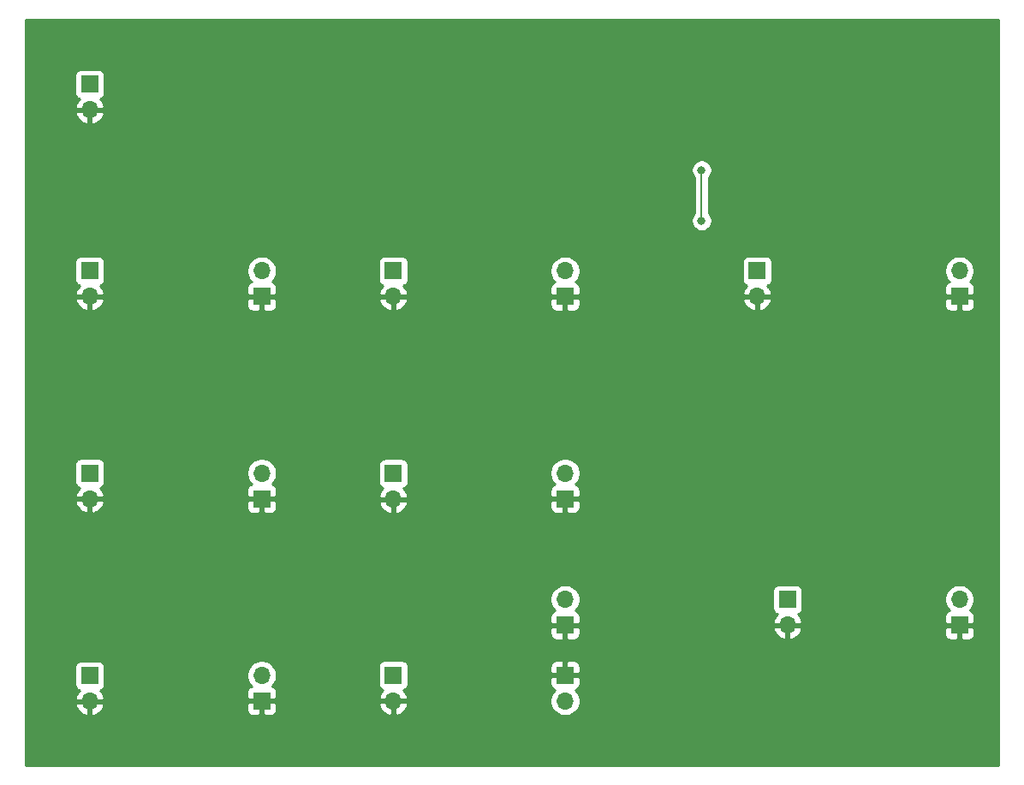
<source format=gbr>
%TF.GenerationSoftware,KiCad,Pcbnew,(5.1.6)-1*%
%TF.CreationDate,2020-12-18T22:44:24+08:00*%
%TF.ProjectId,_______,2c00e03e-2735-4ef2-9e6b-696361645f70,1.0.1*%
%TF.SameCoordinates,Original*%
%TF.FileFunction,Copper,L2,Bot*%
%TF.FilePolarity,Positive*%
%FSLAX46Y46*%
G04 Gerber Fmt 4.6, Leading zero omitted, Abs format (unit mm)*
G04 Created by KiCad (PCBNEW (5.1.6)-1) date 2020-12-18 22:44:24*
%MOMM*%
%LPD*%
G01*
G04 APERTURE LIST*
%TA.AperFunction,ComponentPad*%
%ADD10O,1.700000X1.700000*%
%TD*%
%TA.AperFunction,ComponentPad*%
%ADD11R,1.700000X1.700000*%
%TD*%
%TA.AperFunction,ViaPad*%
%ADD12C,0.800000*%
%TD*%
%TA.AperFunction,Conductor*%
%ADD13C,0.200000*%
%TD*%
%TA.AperFunction,Conductor*%
%ADD14C,0.254000*%
%TD*%
G04 APERTURE END LIST*
D10*
%TO.P,J1,2*%
%TO.N,GND*%
X20000000Y-22540000D03*
D11*
%TO.P,J1,1*%
%TO.N,+15V*%
X20000000Y-20000000D03*
%TD*%
%TO.P,J2,1*%
%TO.N,Net-(C3-Pad2)*%
X20000000Y-38460000D03*
D10*
%TO.P,J2,2*%
%TO.N,GND*%
X20000000Y-41000000D03*
%TD*%
D11*
%TO.P,J3,1*%
%TO.N,Net-(C4-Pad2)*%
X20000000Y-58460000D03*
D10*
%TO.P,J3,2*%
%TO.N,GND*%
X20000000Y-61000000D03*
%TD*%
%TO.P,J4,2*%
%TO.N,Net-(C10-Pad1)*%
X37000000Y-38460000D03*
D11*
%TO.P,J4,1*%
%TO.N,GND*%
X37000000Y-41000000D03*
%TD*%
D10*
%TO.P,J5,2*%
%TO.N,Net-(C11-Pad1)*%
X37000000Y-58460000D03*
D11*
%TO.P,J5,1*%
%TO.N,GND*%
X37000000Y-61000000D03*
%TD*%
%TO.P,J6,1*%
%TO.N,Net-(C16-Pad2)*%
X89000000Y-70960000D03*
D10*
%TO.P,J6,2*%
%TO.N,GND*%
X89000000Y-73500000D03*
%TD*%
%TO.P,J7,2*%
%TO.N,GND*%
X50000000Y-81000000D03*
D11*
%TO.P,J7,1*%
%TO.N,Net-(C17-Pad2)*%
X50000000Y-78460000D03*
%TD*%
%TO.P,J8,1*%
%TO.N,Net-(C18-Pad2)*%
X50000000Y-38460000D03*
D10*
%TO.P,J8,2*%
%TO.N,GND*%
X50000000Y-41000000D03*
%TD*%
%TO.P,J9,2*%
%TO.N,Net-(C22-Pad1)*%
X106000000Y-70960000D03*
D11*
%TO.P,J9,1*%
%TO.N,GND*%
X106000000Y-73500000D03*
%TD*%
%TO.P,J10,1*%
%TO.N,GND*%
X67000000Y-73500000D03*
D10*
%TO.P,J10,2*%
%TO.N,Net-(C23-Pad1)*%
X67000000Y-70960000D03*
%TD*%
%TO.P,J11,2*%
%TO.N,Net-(C24-Pad1)*%
X67000000Y-81000000D03*
D11*
%TO.P,J11,1*%
%TO.N,GND*%
X67000000Y-78460000D03*
%TD*%
D10*
%TO.P,J12,2*%
%TO.N,Net-(C26-Pad1)*%
X67000000Y-38460000D03*
D11*
%TO.P,J12,1*%
%TO.N,GND*%
X67000000Y-41000000D03*
%TD*%
D10*
%TO.P,J13,2*%
%TO.N,GND*%
X86000000Y-41000000D03*
D11*
%TO.P,J13,1*%
%TO.N,Net-(C31-Pad2)*%
X86000000Y-38460000D03*
%TD*%
D10*
%TO.P,J14,2*%
%TO.N,GND*%
X20000000Y-81040000D03*
D11*
%TO.P,J14,1*%
%TO.N,Net-(C32-Pad2)*%
X20000000Y-78500000D03*
%TD*%
%TO.P,J15,1*%
%TO.N,Net-(C33-Pad2)*%
X50020000Y-58500000D03*
D10*
%TO.P,J15,2*%
%TO.N,GND*%
X50020000Y-61040000D03*
%TD*%
D11*
%TO.P,J16,1*%
%TO.N,GND*%
X106000000Y-41000000D03*
D10*
%TO.P,J16,2*%
%TO.N,Net-(C37-Pad1)*%
X106000000Y-38460000D03*
%TD*%
D11*
%TO.P,J17,1*%
%TO.N,GND*%
X37000000Y-81000000D03*
D10*
%TO.P,J17,2*%
%TO.N,Net-(C41-Pad1)*%
X37000000Y-78460000D03*
%TD*%
D11*
%TO.P,J18,1*%
%TO.N,GND*%
X67000000Y-61000000D03*
D10*
%TO.P,J18,2*%
%TO.N,Net-(C42-Pad1)*%
X67000000Y-58460000D03*
%TD*%
D12*
%TO.N,GND*%
X78500000Y-34000000D03*
X75500000Y-34000000D03*
X77000000Y-32000000D03*
X87000000Y-33500000D03*
X85500000Y-32000000D03*
X88500000Y-32000000D03*
X99000000Y-33500000D03*
X100500000Y-32000000D03*
X97500000Y-32000000D03*
X103500000Y-32000000D03*
X102000000Y-33500000D03*
X106000000Y-43000000D03*
X108000000Y-41000000D03*
X104000000Y-41000000D03*
X99000000Y-43500000D03*
X100500000Y-42000000D03*
X97500000Y-42000000D03*
X96000000Y-43500000D03*
X94500000Y-42000000D03*
X93000000Y-43500000D03*
X75000000Y-53500000D03*
X73500000Y-52000000D03*
X76500000Y-52000000D03*
X78000000Y-53500000D03*
X84000000Y-62000000D03*
X85500000Y-60500000D03*
X91000000Y-57500000D03*
X92500000Y-56000000D03*
X94000000Y-57500000D03*
X91500000Y-64500000D03*
X94500000Y-64500000D03*
X96000000Y-66000000D03*
X93000000Y-66000000D03*
X106000000Y-75500000D03*
X108000000Y-73500000D03*
X99000000Y-76000000D03*
X97500000Y-74500000D03*
X96000000Y-76000000D03*
X94500000Y-74500000D03*
X93000000Y-76000000D03*
X91500000Y-74500000D03*
X89000000Y-75500000D03*
X87000000Y-73500000D03*
X91000000Y-73500000D03*
X67000000Y-75500000D03*
X67000000Y-76500000D03*
X69000000Y-78500000D03*
X65000000Y-78500000D03*
X65000000Y-73500000D03*
X69000000Y-73500000D03*
X54000000Y-83500000D03*
X52500000Y-82000000D03*
X55500000Y-82000000D03*
X57000000Y-83500000D03*
X58500000Y-82000000D03*
X51000000Y-73500000D03*
X52500000Y-72000000D03*
X49500000Y-72000000D03*
X54000000Y-73500000D03*
X55500000Y-72000000D03*
X33000000Y-83500000D03*
X34500000Y-82000000D03*
X31500000Y-82000000D03*
X30000000Y-83500000D03*
X28500000Y-82000000D03*
X27000000Y-83500000D03*
X25500000Y-82000000D03*
X20000000Y-83000000D03*
X18000000Y-81000000D03*
X33000000Y-73500000D03*
X30000000Y-73500000D03*
X31500000Y-72000000D03*
X34500000Y-72000000D03*
X27000000Y-63500000D03*
X28500000Y-62000000D03*
X25500000Y-62000000D03*
X30000000Y-63500000D03*
X31500000Y-62000000D03*
X20000000Y-63000000D03*
X18000000Y-61000000D03*
X37000000Y-63000000D03*
X39000000Y-61000000D03*
X50000000Y-63000000D03*
X48000000Y-61000000D03*
X52000000Y-61000000D03*
X54000000Y-63500000D03*
X52500000Y-62000000D03*
X55500000Y-62000000D03*
X60000000Y-63500000D03*
X61500000Y-62000000D03*
X63000000Y-63500000D03*
X64500000Y-62000000D03*
X65000000Y-61000000D03*
X67000000Y-63000000D03*
X69000000Y-61000000D03*
X54000000Y-53500000D03*
X55500000Y-52000000D03*
X52500000Y-52000000D03*
X33000000Y-54000000D03*
X30000000Y-54000000D03*
X31500000Y-52500000D03*
X34500000Y-52500000D03*
X30000000Y-43500000D03*
X28500000Y-42000000D03*
X27000000Y-43500000D03*
X25500000Y-42000000D03*
X31500000Y-42000000D03*
X37000000Y-43000000D03*
X39000000Y-41000000D03*
X20000000Y-43000000D03*
X18000000Y-41000000D03*
X20000000Y-24500000D03*
X22000000Y-22500000D03*
X18000000Y-22500000D03*
X18000000Y-24500000D03*
X22000000Y-24500000D03*
X54000000Y-33500000D03*
X51000000Y-33500000D03*
X52500000Y-32000000D03*
X49500000Y-32000000D03*
X55500000Y-32000000D03*
X67000000Y-43000000D03*
X69000000Y-41000000D03*
X65000000Y-41000000D03*
X50000000Y-43000000D03*
X52000000Y-41000000D03*
X48000000Y-41000000D03*
X54000000Y-43500000D03*
X52500000Y-42000000D03*
X55500000Y-42000000D03*
X57000000Y-43500000D03*
X58500000Y-42000000D03*
X86000000Y-43000000D03*
X88000000Y-41000000D03*
X84000000Y-41000000D03*
%TO.N,+15V*%
X80500000Y-28500000D03*
X80500000Y-33500000D03*
%TD*%
D13*
%TO.N,+15V*%
X80500000Y-28500000D02*
X80500000Y-33500000D01*
%TD*%
D14*
%TO.N,GND*%
G36*
X109840000Y-87340000D02*
G01*
X13660000Y-87340000D01*
X13660000Y-81396890D01*
X18558524Y-81396890D01*
X18603175Y-81544099D01*
X18728359Y-81806920D01*
X18902412Y-82040269D01*
X19118645Y-82235178D01*
X19368748Y-82384157D01*
X19643109Y-82481481D01*
X19873000Y-82360814D01*
X19873000Y-81167000D01*
X20127000Y-81167000D01*
X20127000Y-82360814D01*
X20356891Y-82481481D01*
X20631252Y-82384157D01*
X20881355Y-82235178D01*
X21097588Y-82040269D01*
X21239508Y-81850000D01*
X35511928Y-81850000D01*
X35524188Y-81974482D01*
X35560498Y-82094180D01*
X35619463Y-82204494D01*
X35698815Y-82301185D01*
X35795506Y-82380537D01*
X35905820Y-82439502D01*
X36025518Y-82475812D01*
X36150000Y-82488072D01*
X36714250Y-82485000D01*
X36873000Y-82326250D01*
X36873000Y-81127000D01*
X37127000Y-81127000D01*
X37127000Y-82326250D01*
X37285750Y-82485000D01*
X37850000Y-82488072D01*
X37974482Y-82475812D01*
X38094180Y-82439502D01*
X38204494Y-82380537D01*
X38301185Y-82301185D01*
X38380537Y-82204494D01*
X38439502Y-82094180D01*
X38475812Y-81974482D01*
X38488072Y-81850000D01*
X38485388Y-81356890D01*
X48558524Y-81356890D01*
X48603175Y-81504099D01*
X48728359Y-81766920D01*
X48902412Y-82000269D01*
X49118645Y-82195178D01*
X49368748Y-82344157D01*
X49643109Y-82441481D01*
X49873000Y-82320814D01*
X49873000Y-81127000D01*
X50127000Y-81127000D01*
X50127000Y-82320814D01*
X50356891Y-82441481D01*
X50631252Y-82344157D01*
X50881355Y-82195178D01*
X51097588Y-82000269D01*
X51271641Y-81766920D01*
X51396825Y-81504099D01*
X51441476Y-81356890D01*
X51320155Y-81127000D01*
X50127000Y-81127000D01*
X49873000Y-81127000D01*
X48679845Y-81127000D01*
X48558524Y-81356890D01*
X38485388Y-81356890D01*
X38485000Y-81285750D01*
X38326250Y-81127000D01*
X37127000Y-81127000D01*
X36873000Y-81127000D01*
X35673750Y-81127000D01*
X35515000Y-81285750D01*
X35511928Y-81850000D01*
X21239508Y-81850000D01*
X21271641Y-81806920D01*
X21396825Y-81544099D01*
X21441476Y-81396890D01*
X21320155Y-81167000D01*
X20127000Y-81167000D01*
X19873000Y-81167000D01*
X18679845Y-81167000D01*
X18558524Y-81396890D01*
X13660000Y-81396890D01*
X13660000Y-77650000D01*
X18511928Y-77650000D01*
X18511928Y-79350000D01*
X18524188Y-79474482D01*
X18560498Y-79594180D01*
X18619463Y-79704494D01*
X18698815Y-79801185D01*
X18795506Y-79880537D01*
X18905820Y-79939502D01*
X18986466Y-79963966D01*
X18902412Y-80039731D01*
X18728359Y-80273080D01*
X18603175Y-80535901D01*
X18558524Y-80683110D01*
X18679845Y-80913000D01*
X19873000Y-80913000D01*
X19873000Y-80893000D01*
X20127000Y-80893000D01*
X20127000Y-80913000D01*
X21320155Y-80913000D01*
X21441476Y-80683110D01*
X21396825Y-80535901D01*
X21271641Y-80273080D01*
X21179837Y-80150000D01*
X35511928Y-80150000D01*
X35515000Y-80714250D01*
X35673750Y-80873000D01*
X36873000Y-80873000D01*
X36873000Y-80853000D01*
X37127000Y-80853000D01*
X37127000Y-80873000D01*
X38326250Y-80873000D01*
X38485000Y-80714250D01*
X38488072Y-80150000D01*
X38475812Y-80025518D01*
X38439502Y-79905820D01*
X38380537Y-79795506D01*
X38301185Y-79698815D01*
X38204494Y-79619463D01*
X38094180Y-79560498D01*
X38021620Y-79538487D01*
X38153475Y-79406632D01*
X38315990Y-79163411D01*
X38427932Y-78893158D01*
X38485000Y-78606260D01*
X38485000Y-78313740D01*
X38427932Y-78026842D01*
X38315990Y-77756589D01*
X38218043Y-77610000D01*
X48511928Y-77610000D01*
X48511928Y-79310000D01*
X48524188Y-79434482D01*
X48560498Y-79554180D01*
X48619463Y-79664494D01*
X48698815Y-79761185D01*
X48795506Y-79840537D01*
X48905820Y-79899502D01*
X48986466Y-79923966D01*
X48902412Y-79999731D01*
X48728359Y-80233080D01*
X48603175Y-80495901D01*
X48558524Y-80643110D01*
X48679845Y-80873000D01*
X49873000Y-80873000D01*
X49873000Y-80853000D01*
X50127000Y-80853000D01*
X50127000Y-80873000D01*
X51320155Y-80873000D01*
X51441476Y-80643110D01*
X51396825Y-80495901D01*
X51271641Y-80233080D01*
X51097588Y-79999731D01*
X51013534Y-79923966D01*
X51094180Y-79899502D01*
X51204494Y-79840537D01*
X51301185Y-79761185D01*
X51380537Y-79664494D01*
X51439502Y-79554180D01*
X51475812Y-79434482D01*
X51488072Y-79310000D01*
X65511928Y-79310000D01*
X65524188Y-79434482D01*
X65560498Y-79554180D01*
X65619463Y-79664494D01*
X65698815Y-79761185D01*
X65795506Y-79840537D01*
X65905820Y-79899502D01*
X65978380Y-79921513D01*
X65846525Y-80053368D01*
X65684010Y-80296589D01*
X65572068Y-80566842D01*
X65515000Y-80853740D01*
X65515000Y-81146260D01*
X65572068Y-81433158D01*
X65684010Y-81703411D01*
X65846525Y-81946632D01*
X66053368Y-82153475D01*
X66296589Y-82315990D01*
X66566842Y-82427932D01*
X66853740Y-82485000D01*
X67146260Y-82485000D01*
X67433158Y-82427932D01*
X67703411Y-82315990D01*
X67946632Y-82153475D01*
X68153475Y-81946632D01*
X68315990Y-81703411D01*
X68427932Y-81433158D01*
X68485000Y-81146260D01*
X68485000Y-80853740D01*
X68427932Y-80566842D01*
X68315990Y-80296589D01*
X68153475Y-80053368D01*
X68021620Y-79921513D01*
X68094180Y-79899502D01*
X68204494Y-79840537D01*
X68301185Y-79761185D01*
X68380537Y-79664494D01*
X68439502Y-79554180D01*
X68475812Y-79434482D01*
X68488072Y-79310000D01*
X68485000Y-78745750D01*
X68326250Y-78587000D01*
X67127000Y-78587000D01*
X67127000Y-78607000D01*
X66873000Y-78607000D01*
X66873000Y-78587000D01*
X65673750Y-78587000D01*
X65515000Y-78745750D01*
X65511928Y-79310000D01*
X51488072Y-79310000D01*
X51488072Y-77610000D01*
X65511928Y-77610000D01*
X65515000Y-78174250D01*
X65673750Y-78333000D01*
X66873000Y-78333000D01*
X66873000Y-77133750D01*
X67127000Y-77133750D01*
X67127000Y-78333000D01*
X68326250Y-78333000D01*
X68485000Y-78174250D01*
X68488072Y-77610000D01*
X68475812Y-77485518D01*
X68439502Y-77365820D01*
X68380537Y-77255506D01*
X68301185Y-77158815D01*
X68204494Y-77079463D01*
X68094180Y-77020498D01*
X67974482Y-76984188D01*
X67850000Y-76971928D01*
X67285750Y-76975000D01*
X67127000Y-77133750D01*
X66873000Y-77133750D01*
X66714250Y-76975000D01*
X66150000Y-76971928D01*
X66025518Y-76984188D01*
X65905820Y-77020498D01*
X65795506Y-77079463D01*
X65698815Y-77158815D01*
X65619463Y-77255506D01*
X65560498Y-77365820D01*
X65524188Y-77485518D01*
X65511928Y-77610000D01*
X51488072Y-77610000D01*
X51475812Y-77485518D01*
X51439502Y-77365820D01*
X51380537Y-77255506D01*
X51301185Y-77158815D01*
X51204494Y-77079463D01*
X51094180Y-77020498D01*
X50974482Y-76984188D01*
X50850000Y-76971928D01*
X49150000Y-76971928D01*
X49025518Y-76984188D01*
X48905820Y-77020498D01*
X48795506Y-77079463D01*
X48698815Y-77158815D01*
X48619463Y-77255506D01*
X48560498Y-77365820D01*
X48524188Y-77485518D01*
X48511928Y-77610000D01*
X38218043Y-77610000D01*
X38153475Y-77513368D01*
X37946632Y-77306525D01*
X37703411Y-77144010D01*
X37433158Y-77032068D01*
X37146260Y-76975000D01*
X36853740Y-76975000D01*
X36566842Y-77032068D01*
X36296589Y-77144010D01*
X36053368Y-77306525D01*
X35846525Y-77513368D01*
X35684010Y-77756589D01*
X35572068Y-78026842D01*
X35515000Y-78313740D01*
X35515000Y-78606260D01*
X35572068Y-78893158D01*
X35684010Y-79163411D01*
X35846525Y-79406632D01*
X35978380Y-79538487D01*
X35905820Y-79560498D01*
X35795506Y-79619463D01*
X35698815Y-79698815D01*
X35619463Y-79795506D01*
X35560498Y-79905820D01*
X35524188Y-80025518D01*
X35511928Y-80150000D01*
X21179837Y-80150000D01*
X21097588Y-80039731D01*
X21013534Y-79963966D01*
X21094180Y-79939502D01*
X21204494Y-79880537D01*
X21301185Y-79801185D01*
X21380537Y-79704494D01*
X21439502Y-79594180D01*
X21475812Y-79474482D01*
X21488072Y-79350000D01*
X21488072Y-77650000D01*
X21475812Y-77525518D01*
X21439502Y-77405820D01*
X21380537Y-77295506D01*
X21301185Y-77198815D01*
X21204494Y-77119463D01*
X21094180Y-77060498D01*
X20974482Y-77024188D01*
X20850000Y-77011928D01*
X19150000Y-77011928D01*
X19025518Y-77024188D01*
X18905820Y-77060498D01*
X18795506Y-77119463D01*
X18698815Y-77198815D01*
X18619463Y-77295506D01*
X18560498Y-77405820D01*
X18524188Y-77525518D01*
X18511928Y-77650000D01*
X13660000Y-77650000D01*
X13660000Y-74350000D01*
X65511928Y-74350000D01*
X65524188Y-74474482D01*
X65560498Y-74594180D01*
X65619463Y-74704494D01*
X65698815Y-74801185D01*
X65795506Y-74880537D01*
X65905820Y-74939502D01*
X66025518Y-74975812D01*
X66150000Y-74988072D01*
X66714250Y-74985000D01*
X66873000Y-74826250D01*
X66873000Y-73627000D01*
X67127000Y-73627000D01*
X67127000Y-74826250D01*
X67285750Y-74985000D01*
X67850000Y-74988072D01*
X67974482Y-74975812D01*
X68094180Y-74939502D01*
X68204494Y-74880537D01*
X68301185Y-74801185D01*
X68380537Y-74704494D01*
X68439502Y-74594180D01*
X68475812Y-74474482D01*
X68488072Y-74350000D01*
X68485388Y-73856890D01*
X87558524Y-73856890D01*
X87603175Y-74004099D01*
X87728359Y-74266920D01*
X87902412Y-74500269D01*
X88118645Y-74695178D01*
X88368748Y-74844157D01*
X88643109Y-74941481D01*
X88873000Y-74820814D01*
X88873000Y-73627000D01*
X89127000Y-73627000D01*
X89127000Y-74820814D01*
X89356891Y-74941481D01*
X89631252Y-74844157D01*
X89881355Y-74695178D01*
X90097588Y-74500269D01*
X90209672Y-74350000D01*
X104511928Y-74350000D01*
X104524188Y-74474482D01*
X104560498Y-74594180D01*
X104619463Y-74704494D01*
X104698815Y-74801185D01*
X104795506Y-74880537D01*
X104905820Y-74939502D01*
X105025518Y-74975812D01*
X105150000Y-74988072D01*
X105714250Y-74985000D01*
X105873000Y-74826250D01*
X105873000Y-73627000D01*
X106127000Y-73627000D01*
X106127000Y-74826250D01*
X106285750Y-74985000D01*
X106850000Y-74988072D01*
X106974482Y-74975812D01*
X107094180Y-74939502D01*
X107204494Y-74880537D01*
X107301185Y-74801185D01*
X107380537Y-74704494D01*
X107439502Y-74594180D01*
X107475812Y-74474482D01*
X107488072Y-74350000D01*
X107485000Y-73785750D01*
X107326250Y-73627000D01*
X106127000Y-73627000D01*
X105873000Y-73627000D01*
X104673750Y-73627000D01*
X104515000Y-73785750D01*
X104511928Y-74350000D01*
X90209672Y-74350000D01*
X90271641Y-74266920D01*
X90396825Y-74004099D01*
X90441476Y-73856890D01*
X90320155Y-73627000D01*
X89127000Y-73627000D01*
X88873000Y-73627000D01*
X87679845Y-73627000D01*
X87558524Y-73856890D01*
X68485388Y-73856890D01*
X68485000Y-73785750D01*
X68326250Y-73627000D01*
X67127000Y-73627000D01*
X66873000Y-73627000D01*
X65673750Y-73627000D01*
X65515000Y-73785750D01*
X65511928Y-74350000D01*
X13660000Y-74350000D01*
X13660000Y-72650000D01*
X65511928Y-72650000D01*
X65515000Y-73214250D01*
X65673750Y-73373000D01*
X66873000Y-73373000D01*
X66873000Y-73353000D01*
X67127000Y-73353000D01*
X67127000Y-73373000D01*
X68326250Y-73373000D01*
X68485000Y-73214250D01*
X68488072Y-72650000D01*
X68475812Y-72525518D01*
X68439502Y-72405820D01*
X68380537Y-72295506D01*
X68301185Y-72198815D01*
X68204494Y-72119463D01*
X68094180Y-72060498D01*
X68021620Y-72038487D01*
X68153475Y-71906632D01*
X68315990Y-71663411D01*
X68427932Y-71393158D01*
X68485000Y-71106260D01*
X68485000Y-70813740D01*
X68427932Y-70526842D01*
X68315990Y-70256589D01*
X68218043Y-70110000D01*
X87511928Y-70110000D01*
X87511928Y-71810000D01*
X87524188Y-71934482D01*
X87560498Y-72054180D01*
X87619463Y-72164494D01*
X87698815Y-72261185D01*
X87795506Y-72340537D01*
X87905820Y-72399502D01*
X87986466Y-72423966D01*
X87902412Y-72499731D01*
X87728359Y-72733080D01*
X87603175Y-72995901D01*
X87558524Y-73143110D01*
X87679845Y-73373000D01*
X88873000Y-73373000D01*
X88873000Y-73353000D01*
X89127000Y-73353000D01*
X89127000Y-73373000D01*
X90320155Y-73373000D01*
X90441476Y-73143110D01*
X90396825Y-72995901D01*
X90271641Y-72733080D01*
X90209673Y-72650000D01*
X104511928Y-72650000D01*
X104515000Y-73214250D01*
X104673750Y-73373000D01*
X105873000Y-73373000D01*
X105873000Y-73353000D01*
X106127000Y-73353000D01*
X106127000Y-73373000D01*
X107326250Y-73373000D01*
X107485000Y-73214250D01*
X107488072Y-72650000D01*
X107475812Y-72525518D01*
X107439502Y-72405820D01*
X107380537Y-72295506D01*
X107301185Y-72198815D01*
X107204494Y-72119463D01*
X107094180Y-72060498D01*
X107021620Y-72038487D01*
X107153475Y-71906632D01*
X107315990Y-71663411D01*
X107427932Y-71393158D01*
X107485000Y-71106260D01*
X107485000Y-70813740D01*
X107427932Y-70526842D01*
X107315990Y-70256589D01*
X107153475Y-70013368D01*
X106946632Y-69806525D01*
X106703411Y-69644010D01*
X106433158Y-69532068D01*
X106146260Y-69475000D01*
X105853740Y-69475000D01*
X105566842Y-69532068D01*
X105296589Y-69644010D01*
X105053368Y-69806525D01*
X104846525Y-70013368D01*
X104684010Y-70256589D01*
X104572068Y-70526842D01*
X104515000Y-70813740D01*
X104515000Y-71106260D01*
X104572068Y-71393158D01*
X104684010Y-71663411D01*
X104846525Y-71906632D01*
X104978380Y-72038487D01*
X104905820Y-72060498D01*
X104795506Y-72119463D01*
X104698815Y-72198815D01*
X104619463Y-72295506D01*
X104560498Y-72405820D01*
X104524188Y-72525518D01*
X104511928Y-72650000D01*
X90209673Y-72650000D01*
X90097588Y-72499731D01*
X90013534Y-72423966D01*
X90094180Y-72399502D01*
X90204494Y-72340537D01*
X90301185Y-72261185D01*
X90380537Y-72164494D01*
X90439502Y-72054180D01*
X90475812Y-71934482D01*
X90488072Y-71810000D01*
X90488072Y-70110000D01*
X90475812Y-69985518D01*
X90439502Y-69865820D01*
X90380537Y-69755506D01*
X90301185Y-69658815D01*
X90204494Y-69579463D01*
X90094180Y-69520498D01*
X89974482Y-69484188D01*
X89850000Y-69471928D01*
X88150000Y-69471928D01*
X88025518Y-69484188D01*
X87905820Y-69520498D01*
X87795506Y-69579463D01*
X87698815Y-69658815D01*
X87619463Y-69755506D01*
X87560498Y-69865820D01*
X87524188Y-69985518D01*
X87511928Y-70110000D01*
X68218043Y-70110000D01*
X68153475Y-70013368D01*
X67946632Y-69806525D01*
X67703411Y-69644010D01*
X67433158Y-69532068D01*
X67146260Y-69475000D01*
X66853740Y-69475000D01*
X66566842Y-69532068D01*
X66296589Y-69644010D01*
X66053368Y-69806525D01*
X65846525Y-70013368D01*
X65684010Y-70256589D01*
X65572068Y-70526842D01*
X65515000Y-70813740D01*
X65515000Y-71106260D01*
X65572068Y-71393158D01*
X65684010Y-71663411D01*
X65846525Y-71906632D01*
X65978380Y-72038487D01*
X65905820Y-72060498D01*
X65795506Y-72119463D01*
X65698815Y-72198815D01*
X65619463Y-72295506D01*
X65560498Y-72405820D01*
X65524188Y-72525518D01*
X65511928Y-72650000D01*
X13660000Y-72650000D01*
X13660000Y-61356890D01*
X18558524Y-61356890D01*
X18603175Y-61504099D01*
X18728359Y-61766920D01*
X18902412Y-62000269D01*
X19118645Y-62195178D01*
X19368748Y-62344157D01*
X19643109Y-62441481D01*
X19873000Y-62320814D01*
X19873000Y-61127000D01*
X20127000Y-61127000D01*
X20127000Y-62320814D01*
X20356891Y-62441481D01*
X20631252Y-62344157D01*
X20881355Y-62195178D01*
X21097588Y-62000269D01*
X21209672Y-61850000D01*
X35511928Y-61850000D01*
X35524188Y-61974482D01*
X35560498Y-62094180D01*
X35619463Y-62204494D01*
X35698815Y-62301185D01*
X35795506Y-62380537D01*
X35905820Y-62439502D01*
X36025518Y-62475812D01*
X36150000Y-62488072D01*
X36714250Y-62485000D01*
X36873000Y-62326250D01*
X36873000Y-61127000D01*
X37127000Y-61127000D01*
X37127000Y-62326250D01*
X37285750Y-62485000D01*
X37850000Y-62488072D01*
X37974482Y-62475812D01*
X38094180Y-62439502D01*
X38204494Y-62380537D01*
X38301185Y-62301185D01*
X38380537Y-62204494D01*
X38439502Y-62094180D01*
X38475812Y-61974482D01*
X38488072Y-61850000D01*
X38485606Y-61396890D01*
X48578524Y-61396890D01*
X48623175Y-61544099D01*
X48748359Y-61806920D01*
X48922412Y-62040269D01*
X49138645Y-62235178D01*
X49388748Y-62384157D01*
X49663109Y-62481481D01*
X49893000Y-62360814D01*
X49893000Y-61167000D01*
X50147000Y-61167000D01*
X50147000Y-62360814D01*
X50376891Y-62481481D01*
X50651252Y-62384157D01*
X50901355Y-62235178D01*
X51117588Y-62040269D01*
X51259508Y-61850000D01*
X65511928Y-61850000D01*
X65524188Y-61974482D01*
X65560498Y-62094180D01*
X65619463Y-62204494D01*
X65698815Y-62301185D01*
X65795506Y-62380537D01*
X65905820Y-62439502D01*
X66025518Y-62475812D01*
X66150000Y-62488072D01*
X66714250Y-62485000D01*
X66873000Y-62326250D01*
X66873000Y-61127000D01*
X67127000Y-61127000D01*
X67127000Y-62326250D01*
X67285750Y-62485000D01*
X67850000Y-62488072D01*
X67974482Y-62475812D01*
X68094180Y-62439502D01*
X68204494Y-62380537D01*
X68301185Y-62301185D01*
X68380537Y-62204494D01*
X68439502Y-62094180D01*
X68475812Y-61974482D01*
X68488072Y-61850000D01*
X68485000Y-61285750D01*
X68326250Y-61127000D01*
X67127000Y-61127000D01*
X66873000Y-61127000D01*
X65673750Y-61127000D01*
X65515000Y-61285750D01*
X65511928Y-61850000D01*
X51259508Y-61850000D01*
X51291641Y-61806920D01*
X51416825Y-61544099D01*
X51461476Y-61396890D01*
X51340155Y-61167000D01*
X50147000Y-61167000D01*
X49893000Y-61167000D01*
X48699845Y-61167000D01*
X48578524Y-61396890D01*
X38485606Y-61396890D01*
X38485000Y-61285750D01*
X38326250Y-61127000D01*
X37127000Y-61127000D01*
X36873000Y-61127000D01*
X35673750Y-61127000D01*
X35515000Y-61285750D01*
X35511928Y-61850000D01*
X21209672Y-61850000D01*
X21271641Y-61766920D01*
X21396825Y-61504099D01*
X21441476Y-61356890D01*
X21320155Y-61127000D01*
X20127000Y-61127000D01*
X19873000Y-61127000D01*
X18679845Y-61127000D01*
X18558524Y-61356890D01*
X13660000Y-61356890D01*
X13660000Y-57610000D01*
X18511928Y-57610000D01*
X18511928Y-59310000D01*
X18524188Y-59434482D01*
X18560498Y-59554180D01*
X18619463Y-59664494D01*
X18698815Y-59761185D01*
X18795506Y-59840537D01*
X18905820Y-59899502D01*
X18986466Y-59923966D01*
X18902412Y-59999731D01*
X18728359Y-60233080D01*
X18603175Y-60495901D01*
X18558524Y-60643110D01*
X18679845Y-60873000D01*
X19873000Y-60873000D01*
X19873000Y-60853000D01*
X20127000Y-60853000D01*
X20127000Y-60873000D01*
X21320155Y-60873000D01*
X21441476Y-60643110D01*
X21396825Y-60495901D01*
X21271641Y-60233080D01*
X21209673Y-60150000D01*
X35511928Y-60150000D01*
X35515000Y-60714250D01*
X35673750Y-60873000D01*
X36873000Y-60873000D01*
X36873000Y-60853000D01*
X37127000Y-60853000D01*
X37127000Y-60873000D01*
X38326250Y-60873000D01*
X38485000Y-60714250D01*
X38488072Y-60150000D01*
X38475812Y-60025518D01*
X38439502Y-59905820D01*
X38380537Y-59795506D01*
X38301185Y-59698815D01*
X38204494Y-59619463D01*
X38094180Y-59560498D01*
X38021620Y-59538487D01*
X38153475Y-59406632D01*
X38315990Y-59163411D01*
X38427932Y-58893158D01*
X38485000Y-58606260D01*
X38485000Y-58313740D01*
X38427932Y-58026842D01*
X38315990Y-57756589D01*
X38244770Y-57650000D01*
X48531928Y-57650000D01*
X48531928Y-59350000D01*
X48544188Y-59474482D01*
X48580498Y-59594180D01*
X48639463Y-59704494D01*
X48718815Y-59801185D01*
X48815506Y-59880537D01*
X48925820Y-59939502D01*
X49006466Y-59963966D01*
X48922412Y-60039731D01*
X48748359Y-60273080D01*
X48623175Y-60535901D01*
X48578524Y-60683110D01*
X48699845Y-60913000D01*
X49893000Y-60913000D01*
X49893000Y-60893000D01*
X50147000Y-60893000D01*
X50147000Y-60913000D01*
X51340155Y-60913000D01*
X51461476Y-60683110D01*
X51416825Y-60535901D01*
X51291641Y-60273080D01*
X51199837Y-60150000D01*
X65511928Y-60150000D01*
X65515000Y-60714250D01*
X65673750Y-60873000D01*
X66873000Y-60873000D01*
X66873000Y-60853000D01*
X67127000Y-60853000D01*
X67127000Y-60873000D01*
X68326250Y-60873000D01*
X68485000Y-60714250D01*
X68488072Y-60150000D01*
X68475812Y-60025518D01*
X68439502Y-59905820D01*
X68380537Y-59795506D01*
X68301185Y-59698815D01*
X68204494Y-59619463D01*
X68094180Y-59560498D01*
X68021620Y-59538487D01*
X68153475Y-59406632D01*
X68315990Y-59163411D01*
X68427932Y-58893158D01*
X68485000Y-58606260D01*
X68485000Y-58313740D01*
X68427932Y-58026842D01*
X68315990Y-57756589D01*
X68153475Y-57513368D01*
X67946632Y-57306525D01*
X67703411Y-57144010D01*
X67433158Y-57032068D01*
X67146260Y-56975000D01*
X66853740Y-56975000D01*
X66566842Y-57032068D01*
X66296589Y-57144010D01*
X66053368Y-57306525D01*
X65846525Y-57513368D01*
X65684010Y-57756589D01*
X65572068Y-58026842D01*
X65515000Y-58313740D01*
X65515000Y-58606260D01*
X65572068Y-58893158D01*
X65684010Y-59163411D01*
X65846525Y-59406632D01*
X65978380Y-59538487D01*
X65905820Y-59560498D01*
X65795506Y-59619463D01*
X65698815Y-59698815D01*
X65619463Y-59795506D01*
X65560498Y-59905820D01*
X65524188Y-60025518D01*
X65511928Y-60150000D01*
X51199837Y-60150000D01*
X51117588Y-60039731D01*
X51033534Y-59963966D01*
X51114180Y-59939502D01*
X51224494Y-59880537D01*
X51321185Y-59801185D01*
X51400537Y-59704494D01*
X51459502Y-59594180D01*
X51495812Y-59474482D01*
X51508072Y-59350000D01*
X51508072Y-57650000D01*
X51495812Y-57525518D01*
X51459502Y-57405820D01*
X51400537Y-57295506D01*
X51321185Y-57198815D01*
X51224494Y-57119463D01*
X51114180Y-57060498D01*
X50994482Y-57024188D01*
X50870000Y-57011928D01*
X49170000Y-57011928D01*
X49045518Y-57024188D01*
X48925820Y-57060498D01*
X48815506Y-57119463D01*
X48718815Y-57198815D01*
X48639463Y-57295506D01*
X48580498Y-57405820D01*
X48544188Y-57525518D01*
X48531928Y-57650000D01*
X38244770Y-57650000D01*
X38153475Y-57513368D01*
X37946632Y-57306525D01*
X37703411Y-57144010D01*
X37433158Y-57032068D01*
X37146260Y-56975000D01*
X36853740Y-56975000D01*
X36566842Y-57032068D01*
X36296589Y-57144010D01*
X36053368Y-57306525D01*
X35846525Y-57513368D01*
X35684010Y-57756589D01*
X35572068Y-58026842D01*
X35515000Y-58313740D01*
X35515000Y-58606260D01*
X35572068Y-58893158D01*
X35684010Y-59163411D01*
X35846525Y-59406632D01*
X35978380Y-59538487D01*
X35905820Y-59560498D01*
X35795506Y-59619463D01*
X35698815Y-59698815D01*
X35619463Y-59795506D01*
X35560498Y-59905820D01*
X35524188Y-60025518D01*
X35511928Y-60150000D01*
X21209673Y-60150000D01*
X21097588Y-59999731D01*
X21013534Y-59923966D01*
X21094180Y-59899502D01*
X21204494Y-59840537D01*
X21301185Y-59761185D01*
X21380537Y-59664494D01*
X21439502Y-59554180D01*
X21475812Y-59434482D01*
X21488072Y-59310000D01*
X21488072Y-57610000D01*
X21475812Y-57485518D01*
X21439502Y-57365820D01*
X21380537Y-57255506D01*
X21301185Y-57158815D01*
X21204494Y-57079463D01*
X21094180Y-57020498D01*
X20974482Y-56984188D01*
X20850000Y-56971928D01*
X19150000Y-56971928D01*
X19025518Y-56984188D01*
X18905820Y-57020498D01*
X18795506Y-57079463D01*
X18698815Y-57158815D01*
X18619463Y-57255506D01*
X18560498Y-57365820D01*
X18524188Y-57485518D01*
X18511928Y-57610000D01*
X13660000Y-57610000D01*
X13660000Y-41356890D01*
X18558524Y-41356890D01*
X18603175Y-41504099D01*
X18728359Y-41766920D01*
X18902412Y-42000269D01*
X19118645Y-42195178D01*
X19368748Y-42344157D01*
X19643109Y-42441481D01*
X19873000Y-42320814D01*
X19873000Y-41127000D01*
X20127000Y-41127000D01*
X20127000Y-42320814D01*
X20356891Y-42441481D01*
X20631252Y-42344157D01*
X20881355Y-42195178D01*
X21097588Y-42000269D01*
X21209672Y-41850000D01*
X35511928Y-41850000D01*
X35524188Y-41974482D01*
X35560498Y-42094180D01*
X35619463Y-42204494D01*
X35698815Y-42301185D01*
X35795506Y-42380537D01*
X35905820Y-42439502D01*
X36025518Y-42475812D01*
X36150000Y-42488072D01*
X36714250Y-42485000D01*
X36873000Y-42326250D01*
X36873000Y-41127000D01*
X37127000Y-41127000D01*
X37127000Y-42326250D01*
X37285750Y-42485000D01*
X37850000Y-42488072D01*
X37974482Y-42475812D01*
X38094180Y-42439502D01*
X38204494Y-42380537D01*
X38301185Y-42301185D01*
X38380537Y-42204494D01*
X38439502Y-42094180D01*
X38475812Y-41974482D01*
X38488072Y-41850000D01*
X38485388Y-41356890D01*
X48558524Y-41356890D01*
X48603175Y-41504099D01*
X48728359Y-41766920D01*
X48902412Y-42000269D01*
X49118645Y-42195178D01*
X49368748Y-42344157D01*
X49643109Y-42441481D01*
X49873000Y-42320814D01*
X49873000Y-41127000D01*
X50127000Y-41127000D01*
X50127000Y-42320814D01*
X50356891Y-42441481D01*
X50631252Y-42344157D01*
X50881355Y-42195178D01*
X51097588Y-42000269D01*
X51209672Y-41850000D01*
X65511928Y-41850000D01*
X65524188Y-41974482D01*
X65560498Y-42094180D01*
X65619463Y-42204494D01*
X65698815Y-42301185D01*
X65795506Y-42380537D01*
X65905820Y-42439502D01*
X66025518Y-42475812D01*
X66150000Y-42488072D01*
X66714250Y-42485000D01*
X66873000Y-42326250D01*
X66873000Y-41127000D01*
X67127000Y-41127000D01*
X67127000Y-42326250D01*
X67285750Y-42485000D01*
X67850000Y-42488072D01*
X67974482Y-42475812D01*
X68094180Y-42439502D01*
X68204494Y-42380537D01*
X68301185Y-42301185D01*
X68380537Y-42204494D01*
X68439502Y-42094180D01*
X68475812Y-41974482D01*
X68488072Y-41850000D01*
X68485388Y-41356890D01*
X84558524Y-41356890D01*
X84603175Y-41504099D01*
X84728359Y-41766920D01*
X84902412Y-42000269D01*
X85118645Y-42195178D01*
X85368748Y-42344157D01*
X85643109Y-42441481D01*
X85873000Y-42320814D01*
X85873000Y-41127000D01*
X86127000Y-41127000D01*
X86127000Y-42320814D01*
X86356891Y-42441481D01*
X86631252Y-42344157D01*
X86881355Y-42195178D01*
X87097588Y-42000269D01*
X87209672Y-41850000D01*
X104511928Y-41850000D01*
X104524188Y-41974482D01*
X104560498Y-42094180D01*
X104619463Y-42204494D01*
X104698815Y-42301185D01*
X104795506Y-42380537D01*
X104905820Y-42439502D01*
X105025518Y-42475812D01*
X105150000Y-42488072D01*
X105714250Y-42485000D01*
X105873000Y-42326250D01*
X105873000Y-41127000D01*
X106127000Y-41127000D01*
X106127000Y-42326250D01*
X106285750Y-42485000D01*
X106850000Y-42488072D01*
X106974482Y-42475812D01*
X107094180Y-42439502D01*
X107204494Y-42380537D01*
X107301185Y-42301185D01*
X107380537Y-42204494D01*
X107439502Y-42094180D01*
X107475812Y-41974482D01*
X107488072Y-41850000D01*
X107485000Y-41285750D01*
X107326250Y-41127000D01*
X106127000Y-41127000D01*
X105873000Y-41127000D01*
X104673750Y-41127000D01*
X104515000Y-41285750D01*
X104511928Y-41850000D01*
X87209672Y-41850000D01*
X87271641Y-41766920D01*
X87396825Y-41504099D01*
X87441476Y-41356890D01*
X87320155Y-41127000D01*
X86127000Y-41127000D01*
X85873000Y-41127000D01*
X84679845Y-41127000D01*
X84558524Y-41356890D01*
X68485388Y-41356890D01*
X68485000Y-41285750D01*
X68326250Y-41127000D01*
X67127000Y-41127000D01*
X66873000Y-41127000D01*
X65673750Y-41127000D01*
X65515000Y-41285750D01*
X65511928Y-41850000D01*
X51209672Y-41850000D01*
X51271641Y-41766920D01*
X51396825Y-41504099D01*
X51441476Y-41356890D01*
X51320155Y-41127000D01*
X50127000Y-41127000D01*
X49873000Y-41127000D01*
X48679845Y-41127000D01*
X48558524Y-41356890D01*
X38485388Y-41356890D01*
X38485000Y-41285750D01*
X38326250Y-41127000D01*
X37127000Y-41127000D01*
X36873000Y-41127000D01*
X35673750Y-41127000D01*
X35515000Y-41285750D01*
X35511928Y-41850000D01*
X21209672Y-41850000D01*
X21271641Y-41766920D01*
X21396825Y-41504099D01*
X21441476Y-41356890D01*
X21320155Y-41127000D01*
X20127000Y-41127000D01*
X19873000Y-41127000D01*
X18679845Y-41127000D01*
X18558524Y-41356890D01*
X13660000Y-41356890D01*
X13660000Y-37610000D01*
X18511928Y-37610000D01*
X18511928Y-39310000D01*
X18524188Y-39434482D01*
X18560498Y-39554180D01*
X18619463Y-39664494D01*
X18698815Y-39761185D01*
X18795506Y-39840537D01*
X18905820Y-39899502D01*
X18986466Y-39923966D01*
X18902412Y-39999731D01*
X18728359Y-40233080D01*
X18603175Y-40495901D01*
X18558524Y-40643110D01*
X18679845Y-40873000D01*
X19873000Y-40873000D01*
X19873000Y-40853000D01*
X20127000Y-40853000D01*
X20127000Y-40873000D01*
X21320155Y-40873000D01*
X21441476Y-40643110D01*
X21396825Y-40495901D01*
X21271641Y-40233080D01*
X21209673Y-40150000D01*
X35511928Y-40150000D01*
X35515000Y-40714250D01*
X35673750Y-40873000D01*
X36873000Y-40873000D01*
X36873000Y-40853000D01*
X37127000Y-40853000D01*
X37127000Y-40873000D01*
X38326250Y-40873000D01*
X38485000Y-40714250D01*
X38488072Y-40150000D01*
X38475812Y-40025518D01*
X38439502Y-39905820D01*
X38380537Y-39795506D01*
X38301185Y-39698815D01*
X38204494Y-39619463D01*
X38094180Y-39560498D01*
X38021620Y-39538487D01*
X38153475Y-39406632D01*
X38315990Y-39163411D01*
X38427932Y-38893158D01*
X38485000Y-38606260D01*
X38485000Y-38313740D01*
X38427932Y-38026842D01*
X38315990Y-37756589D01*
X38218043Y-37610000D01*
X48511928Y-37610000D01*
X48511928Y-39310000D01*
X48524188Y-39434482D01*
X48560498Y-39554180D01*
X48619463Y-39664494D01*
X48698815Y-39761185D01*
X48795506Y-39840537D01*
X48905820Y-39899502D01*
X48986466Y-39923966D01*
X48902412Y-39999731D01*
X48728359Y-40233080D01*
X48603175Y-40495901D01*
X48558524Y-40643110D01*
X48679845Y-40873000D01*
X49873000Y-40873000D01*
X49873000Y-40853000D01*
X50127000Y-40853000D01*
X50127000Y-40873000D01*
X51320155Y-40873000D01*
X51441476Y-40643110D01*
X51396825Y-40495901D01*
X51271641Y-40233080D01*
X51209673Y-40150000D01*
X65511928Y-40150000D01*
X65515000Y-40714250D01*
X65673750Y-40873000D01*
X66873000Y-40873000D01*
X66873000Y-40853000D01*
X67127000Y-40853000D01*
X67127000Y-40873000D01*
X68326250Y-40873000D01*
X68485000Y-40714250D01*
X68488072Y-40150000D01*
X68475812Y-40025518D01*
X68439502Y-39905820D01*
X68380537Y-39795506D01*
X68301185Y-39698815D01*
X68204494Y-39619463D01*
X68094180Y-39560498D01*
X68021620Y-39538487D01*
X68153475Y-39406632D01*
X68315990Y-39163411D01*
X68427932Y-38893158D01*
X68485000Y-38606260D01*
X68485000Y-38313740D01*
X68427932Y-38026842D01*
X68315990Y-37756589D01*
X68218043Y-37610000D01*
X84511928Y-37610000D01*
X84511928Y-39310000D01*
X84524188Y-39434482D01*
X84560498Y-39554180D01*
X84619463Y-39664494D01*
X84698815Y-39761185D01*
X84795506Y-39840537D01*
X84905820Y-39899502D01*
X84986466Y-39923966D01*
X84902412Y-39999731D01*
X84728359Y-40233080D01*
X84603175Y-40495901D01*
X84558524Y-40643110D01*
X84679845Y-40873000D01*
X85873000Y-40873000D01*
X85873000Y-40853000D01*
X86127000Y-40853000D01*
X86127000Y-40873000D01*
X87320155Y-40873000D01*
X87441476Y-40643110D01*
X87396825Y-40495901D01*
X87271641Y-40233080D01*
X87209673Y-40150000D01*
X104511928Y-40150000D01*
X104515000Y-40714250D01*
X104673750Y-40873000D01*
X105873000Y-40873000D01*
X105873000Y-40853000D01*
X106127000Y-40853000D01*
X106127000Y-40873000D01*
X107326250Y-40873000D01*
X107485000Y-40714250D01*
X107488072Y-40150000D01*
X107475812Y-40025518D01*
X107439502Y-39905820D01*
X107380537Y-39795506D01*
X107301185Y-39698815D01*
X107204494Y-39619463D01*
X107094180Y-39560498D01*
X107021620Y-39538487D01*
X107153475Y-39406632D01*
X107315990Y-39163411D01*
X107427932Y-38893158D01*
X107485000Y-38606260D01*
X107485000Y-38313740D01*
X107427932Y-38026842D01*
X107315990Y-37756589D01*
X107153475Y-37513368D01*
X106946632Y-37306525D01*
X106703411Y-37144010D01*
X106433158Y-37032068D01*
X106146260Y-36975000D01*
X105853740Y-36975000D01*
X105566842Y-37032068D01*
X105296589Y-37144010D01*
X105053368Y-37306525D01*
X104846525Y-37513368D01*
X104684010Y-37756589D01*
X104572068Y-38026842D01*
X104515000Y-38313740D01*
X104515000Y-38606260D01*
X104572068Y-38893158D01*
X104684010Y-39163411D01*
X104846525Y-39406632D01*
X104978380Y-39538487D01*
X104905820Y-39560498D01*
X104795506Y-39619463D01*
X104698815Y-39698815D01*
X104619463Y-39795506D01*
X104560498Y-39905820D01*
X104524188Y-40025518D01*
X104511928Y-40150000D01*
X87209673Y-40150000D01*
X87097588Y-39999731D01*
X87013534Y-39923966D01*
X87094180Y-39899502D01*
X87204494Y-39840537D01*
X87301185Y-39761185D01*
X87380537Y-39664494D01*
X87439502Y-39554180D01*
X87475812Y-39434482D01*
X87488072Y-39310000D01*
X87488072Y-37610000D01*
X87475812Y-37485518D01*
X87439502Y-37365820D01*
X87380537Y-37255506D01*
X87301185Y-37158815D01*
X87204494Y-37079463D01*
X87094180Y-37020498D01*
X86974482Y-36984188D01*
X86850000Y-36971928D01*
X85150000Y-36971928D01*
X85025518Y-36984188D01*
X84905820Y-37020498D01*
X84795506Y-37079463D01*
X84698815Y-37158815D01*
X84619463Y-37255506D01*
X84560498Y-37365820D01*
X84524188Y-37485518D01*
X84511928Y-37610000D01*
X68218043Y-37610000D01*
X68153475Y-37513368D01*
X67946632Y-37306525D01*
X67703411Y-37144010D01*
X67433158Y-37032068D01*
X67146260Y-36975000D01*
X66853740Y-36975000D01*
X66566842Y-37032068D01*
X66296589Y-37144010D01*
X66053368Y-37306525D01*
X65846525Y-37513368D01*
X65684010Y-37756589D01*
X65572068Y-38026842D01*
X65515000Y-38313740D01*
X65515000Y-38606260D01*
X65572068Y-38893158D01*
X65684010Y-39163411D01*
X65846525Y-39406632D01*
X65978380Y-39538487D01*
X65905820Y-39560498D01*
X65795506Y-39619463D01*
X65698815Y-39698815D01*
X65619463Y-39795506D01*
X65560498Y-39905820D01*
X65524188Y-40025518D01*
X65511928Y-40150000D01*
X51209673Y-40150000D01*
X51097588Y-39999731D01*
X51013534Y-39923966D01*
X51094180Y-39899502D01*
X51204494Y-39840537D01*
X51301185Y-39761185D01*
X51380537Y-39664494D01*
X51439502Y-39554180D01*
X51475812Y-39434482D01*
X51488072Y-39310000D01*
X51488072Y-37610000D01*
X51475812Y-37485518D01*
X51439502Y-37365820D01*
X51380537Y-37255506D01*
X51301185Y-37158815D01*
X51204494Y-37079463D01*
X51094180Y-37020498D01*
X50974482Y-36984188D01*
X50850000Y-36971928D01*
X49150000Y-36971928D01*
X49025518Y-36984188D01*
X48905820Y-37020498D01*
X48795506Y-37079463D01*
X48698815Y-37158815D01*
X48619463Y-37255506D01*
X48560498Y-37365820D01*
X48524188Y-37485518D01*
X48511928Y-37610000D01*
X38218043Y-37610000D01*
X38153475Y-37513368D01*
X37946632Y-37306525D01*
X37703411Y-37144010D01*
X37433158Y-37032068D01*
X37146260Y-36975000D01*
X36853740Y-36975000D01*
X36566842Y-37032068D01*
X36296589Y-37144010D01*
X36053368Y-37306525D01*
X35846525Y-37513368D01*
X35684010Y-37756589D01*
X35572068Y-38026842D01*
X35515000Y-38313740D01*
X35515000Y-38606260D01*
X35572068Y-38893158D01*
X35684010Y-39163411D01*
X35846525Y-39406632D01*
X35978380Y-39538487D01*
X35905820Y-39560498D01*
X35795506Y-39619463D01*
X35698815Y-39698815D01*
X35619463Y-39795506D01*
X35560498Y-39905820D01*
X35524188Y-40025518D01*
X35511928Y-40150000D01*
X21209673Y-40150000D01*
X21097588Y-39999731D01*
X21013534Y-39923966D01*
X21094180Y-39899502D01*
X21204494Y-39840537D01*
X21301185Y-39761185D01*
X21380537Y-39664494D01*
X21439502Y-39554180D01*
X21475812Y-39434482D01*
X21488072Y-39310000D01*
X21488072Y-37610000D01*
X21475812Y-37485518D01*
X21439502Y-37365820D01*
X21380537Y-37255506D01*
X21301185Y-37158815D01*
X21204494Y-37079463D01*
X21094180Y-37020498D01*
X20974482Y-36984188D01*
X20850000Y-36971928D01*
X19150000Y-36971928D01*
X19025518Y-36984188D01*
X18905820Y-37020498D01*
X18795506Y-37079463D01*
X18698815Y-37158815D01*
X18619463Y-37255506D01*
X18560498Y-37365820D01*
X18524188Y-37485518D01*
X18511928Y-37610000D01*
X13660000Y-37610000D01*
X13660000Y-28398061D01*
X79465000Y-28398061D01*
X79465000Y-28601939D01*
X79504774Y-28801898D01*
X79582795Y-28990256D01*
X79696063Y-29159774D01*
X79765000Y-29228711D01*
X79765001Y-32771288D01*
X79696063Y-32840226D01*
X79582795Y-33009744D01*
X79504774Y-33198102D01*
X79465000Y-33398061D01*
X79465000Y-33601939D01*
X79504774Y-33801898D01*
X79582795Y-33990256D01*
X79696063Y-34159774D01*
X79840226Y-34303937D01*
X80009744Y-34417205D01*
X80198102Y-34495226D01*
X80398061Y-34535000D01*
X80601939Y-34535000D01*
X80801898Y-34495226D01*
X80990256Y-34417205D01*
X81159774Y-34303937D01*
X81303937Y-34159774D01*
X81417205Y-33990256D01*
X81495226Y-33801898D01*
X81535000Y-33601939D01*
X81535000Y-33398061D01*
X81495226Y-33198102D01*
X81417205Y-33009744D01*
X81303937Y-32840226D01*
X81235000Y-32771289D01*
X81235000Y-29228711D01*
X81303937Y-29159774D01*
X81417205Y-28990256D01*
X81495226Y-28801898D01*
X81535000Y-28601939D01*
X81535000Y-28398061D01*
X81495226Y-28198102D01*
X81417205Y-28009744D01*
X81303937Y-27840226D01*
X81159774Y-27696063D01*
X80990256Y-27582795D01*
X80801898Y-27504774D01*
X80601939Y-27465000D01*
X80398061Y-27465000D01*
X80198102Y-27504774D01*
X80009744Y-27582795D01*
X79840226Y-27696063D01*
X79696063Y-27840226D01*
X79582795Y-28009744D01*
X79504774Y-28198102D01*
X79465000Y-28398061D01*
X13660000Y-28398061D01*
X13660000Y-22896890D01*
X18558524Y-22896890D01*
X18603175Y-23044099D01*
X18728359Y-23306920D01*
X18902412Y-23540269D01*
X19118645Y-23735178D01*
X19368748Y-23884157D01*
X19643109Y-23981481D01*
X19873000Y-23860814D01*
X19873000Y-22667000D01*
X20127000Y-22667000D01*
X20127000Y-23860814D01*
X20356891Y-23981481D01*
X20631252Y-23884157D01*
X20881355Y-23735178D01*
X21097588Y-23540269D01*
X21271641Y-23306920D01*
X21396825Y-23044099D01*
X21441476Y-22896890D01*
X21320155Y-22667000D01*
X20127000Y-22667000D01*
X19873000Y-22667000D01*
X18679845Y-22667000D01*
X18558524Y-22896890D01*
X13660000Y-22896890D01*
X13660000Y-19150000D01*
X18511928Y-19150000D01*
X18511928Y-20850000D01*
X18524188Y-20974482D01*
X18560498Y-21094180D01*
X18619463Y-21204494D01*
X18698815Y-21301185D01*
X18795506Y-21380537D01*
X18905820Y-21439502D01*
X18986466Y-21463966D01*
X18902412Y-21539731D01*
X18728359Y-21773080D01*
X18603175Y-22035901D01*
X18558524Y-22183110D01*
X18679845Y-22413000D01*
X19873000Y-22413000D01*
X19873000Y-22393000D01*
X20127000Y-22393000D01*
X20127000Y-22413000D01*
X21320155Y-22413000D01*
X21441476Y-22183110D01*
X21396825Y-22035901D01*
X21271641Y-21773080D01*
X21097588Y-21539731D01*
X21013534Y-21463966D01*
X21094180Y-21439502D01*
X21204494Y-21380537D01*
X21301185Y-21301185D01*
X21380537Y-21204494D01*
X21439502Y-21094180D01*
X21475812Y-20974482D01*
X21488072Y-20850000D01*
X21488072Y-19150000D01*
X21475812Y-19025518D01*
X21439502Y-18905820D01*
X21380537Y-18795506D01*
X21301185Y-18698815D01*
X21204494Y-18619463D01*
X21094180Y-18560498D01*
X20974482Y-18524188D01*
X20850000Y-18511928D01*
X19150000Y-18511928D01*
X19025518Y-18524188D01*
X18905820Y-18560498D01*
X18795506Y-18619463D01*
X18698815Y-18698815D01*
X18619463Y-18795506D01*
X18560498Y-18905820D01*
X18524188Y-19025518D01*
X18511928Y-19150000D01*
X13660000Y-19150000D01*
X13660000Y-13660000D01*
X109840001Y-13660000D01*
X109840000Y-87340000D01*
G37*
X109840000Y-87340000D02*
X13660000Y-87340000D01*
X13660000Y-81396890D01*
X18558524Y-81396890D01*
X18603175Y-81544099D01*
X18728359Y-81806920D01*
X18902412Y-82040269D01*
X19118645Y-82235178D01*
X19368748Y-82384157D01*
X19643109Y-82481481D01*
X19873000Y-82360814D01*
X19873000Y-81167000D01*
X20127000Y-81167000D01*
X20127000Y-82360814D01*
X20356891Y-82481481D01*
X20631252Y-82384157D01*
X20881355Y-82235178D01*
X21097588Y-82040269D01*
X21239508Y-81850000D01*
X35511928Y-81850000D01*
X35524188Y-81974482D01*
X35560498Y-82094180D01*
X35619463Y-82204494D01*
X35698815Y-82301185D01*
X35795506Y-82380537D01*
X35905820Y-82439502D01*
X36025518Y-82475812D01*
X36150000Y-82488072D01*
X36714250Y-82485000D01*
X36873000Y-82326250D01*
X36873000Y-81127000D01*
X37127000Y-81127000D01*
X37127000Y-82326250D01*
X37285750Y-82485000D01*
X37850000Y-82488072D01*
X37974482Y-82475812D01*
X38094180Y-82439502D01*
X38204494Y-82380537D01*
X38301185Y-82301185D01*
X38380537Y-82204494D01*
X38439502Y-82094180D01*
X38475812Y-81974482D01*
X38488072Y-81850000D01*
X38485388Y-81356890D01*
X48558524Y-81356890D01*
X48603175Y-81504099D01*
X48728359Y-81766920D01*
X48902412Y-82000269D01*
X49118645Y-82195178D01*
X49368748Y-82344157D01*
X49643109Y-82441481D01*
X49873000Y-82320814D01*
X49873000Y-81127000D01*
X50127000Y-81127000D01*
X50127000Y-82320814D01*
X50356891Y-82441481D01*
X50631252Y-82344157D01*
X50881355Y-82195178D01*
X51097588Y-82000269D01*
X51271641Y-81766920D01*
X51396825Y-81504099D01*
X51441476Y-81356890D01*
X51320155Y-81127000D01*
X50127000Y-81127000D01*
X49873000Y-81127000D01*
X48679845Y-81127000D01*
X48558524Y-81356890D01*
X38485388Y-81356890D01*
X38485000Y-81285750D01*
X38326250Y-81127000D01*
X37127000Y-81127000D01*
X36873000Y-81127000D01*
X35673750Y-81127000D01*
X35515000Y-81285750D01*
X35511928Y-81850000D01*
X21239508Y-81850000D01*
X21271641Y-81806920D01*
X21396825Y-81544099D01*
X21441476Y-81396890D01*
X21320155Y-81167000D01*
X20127000Y-81167000D01*
X19873000Y-81167000D01*
X18679845Y-81167000D01*
X18558524Y-81396890D01*
X13660000Y-81396890D01*
X13660000Y-77650000D01*
X18511928Y-77650000D01*
X18511928Y-79350000D01*
X18524188Y-79474482D01*
X18560498Y-79594180D01*
X18619463Y-79704494D01*
X18698815Y-79801185D01*
X18795506Y-79880537D01*
X18905820Y-79939502D01*
X18986466Y-79963966D01*
X18902412Y-80039731D01*
X18728359Y-80273080D01*
X18603175Y-80535901D01*
X18558524Y-80683110D01*
X18679845Y-80913000D01*
X19873000Y-80913000D01*
X19873000Y-80893000D01*
X20127000Y-80893000D01*
X20127000Y-80913000D01*
X21320155Y-80913000D01*
X21441476Y-80683110D01*
X21396825Y-80535901D01*
X21271641Y-80273080D01*
X21179837Y-80150000D01*
X35511928Y-80150000D01*
X35515000Y-80714250D01*
X35673750Y-80873000D01*
X36873000Y-80873000D01*
X36873000Y-80853000D01*
X37127000Y-80853000D01*
X37127000Y-80873000D01*
X38326250Y-80873000D01*
X38485000Y-80714250D01*
X38488072Y-80150000D01*
X38475812Y-80025518D01*
X38439502Y-79905820D01*
X38380537Y-79795506D01*
X38301185Y-79698815D01*
X38204494Y-79619463D01*
X38094180Y-79560498D01*
X38021620Y-79538487D01*
X38153475Y-79406632D01*
X38315990Y-79163411D01*
X38427932Y-78893158D01*
X38485000Y-78606260D01*
X38485000Y-78313740D01*
X38427932Y-78026842D01*
X38315990Y-77756589D01*
X38218043Y-77610000D01*
X48511928Y-77610000D01*
X48511928Y-79310000D01*
X48524188Y-79434482D01*
X48560498Y-79554180D01*
X48619463Y-79664494D01*
X48698815Y-79761185D01*
X48795506Y-79840537D01*
X48905820Y-79899502D01*
X48986466Y-79923966D01*
X48902412Y-79999731D01*
X48728359Y-80233080D01*
X48603175Y-80495901D01*
X48558524Y-80643110D01*
X48679845Y-80873000D01*
X49873000Y-80873000D01*
X49873000Y-80853000D01*
X50127000Y-80853000D01*
X50127000Y-80873000D01*
X51320155Y-80873000D01*
X51441476Y-80643110D01*
X51396825Y-80495901D01*
X51271641Y-80233080D01*
X51097588Y-79999731D01*
X51013534Y-79923966D01*
X51094180Y-79899502D01*
X51204494Y-79840537D01*
X51301185Y-79761185D01*
X51380537Y-79664494D01*
X51439502Y-79554180D01*
X51475812Y-79434482D01*
X51488072Y-79310000D01*
X65511928Y-79310000D01*
X65524188Y-79434482D01*
X65560498Y-79554180D01*
X65619463Y-79664494D01*
X65698815Y-79761185D01*
X65795506Y-79840537D01*
X65905820Y-79899502D01*
X65978380Y-79921513D01*
X65846525Y-80053368D01*
X65684010Y-80296589D01*
X65572068Y-80566842D01*
X65515000Y-80853740D01*
X65515000Y-81146260D01*
X65572068Y-81433158D01*
X65684010Y-81703411D01*
X65846525Y-81946632D01*
X66053368Y-82153475D01*
X66296589Y-82315990D01*
X66566842Y-82427932D01*
X66853740Y-82485000D01*
X67146260Y-82485000D01*
X67433158Y-82427932D01*
X67703411Y-82315990D01*
X67946632Y-82153475D01*
X68153475Y-81946632D01*
X68315990Y-81703411D01*
X68427932Y-81433158D01*
X68485000Y-81146260D01*
X68485000Y-80853740D01*
X68427932Y-80566842D01*
X68315990Y-80296589D01*
X68153475Y-80053368D01*
X68021620Y-79921513D01*
X68094180Y-79899502D01*
X68204494Y-79840537D01*
X68301185Y-79761185D01*
X68380537Y-79664494D01*
X68439502Y-79554180D01*
X68475812Y-79434482D01*
X68488072Y-79310000D01*
X68485000Y-78745750D01*
X68326250Y-78587000D01*
X67127000Y-78587000D01*
X67127000Y-78607000D01*
X66873000Y-78607000D01*
X66873000Y-78587000D01*
X65673750Y-78587000D01*
X65515000Y-78745750D01*
X65511928Y-79310000D01*
X51488072Y-79310000D01*
X51488072Y-77610000D01*
X65511928Y-77610000D01*
X65515000Y-78174250D01*
X65673750Y-78333000D01*
X66873000Y-78333000D01*
X66873000Y-77133750D01*
X67127000Y-77133750D01*
X67127000Y-78333000D01*
X68326250Y-78333000D01*
X68485000Y-78174250D01*
X68488072Y-77610000D01*
X68475812Y-77485518D01*
X68439502Y-77365820D01*
X68380537Y-77255506D01*
X68301185Y-77158815D01*
X68204494Y-77079463D01*
X68094180Y-77020498D01*
X67974482Y-76984188D01*
X67850000Y-76971928D01*
X67285750Y-76975000D01*
X67127000Y-77133750D01*
X66873000Y-77133750D01*
X66714250Y-76975000D01*
X66150000Y-76971928D01*
X66025518Y-76984188D01*
X65905820Y-77020498D01*
X65795506Y-77079463D01*
X65698815Y-77158815D01*
X65619463Y-77255506D01*
X65560498Y-77365820D01*
X65524188Y-77485518D01*
X65511928Y-77610000D01*
X51488072Y-77610000D01*
X51475812Y-77485518D01*
X51439502Y-77365820D01*
X51380537Y-77255506D01*
X51301185Y-77158815D01*
X51204494Y-77079463D01*
X51094180Y-77020498D01*
X50974482Y-76984188D01*
X50850000Y-76971928D01*
X49150000Y-76971928D01*
X49025518Y-76984188D01*
X48905820Y-77020498D01*
X48795506Y-77079463D01*
X48698815Y-77158815D01*
X48619463Y-77255506D01*
X48560498Y-77365820D01*
X48524188Y-77485518D01*
X48511928Y-77610000D01*
X38218043Y-77610000D01*
X38153475Y-77513368D01*
X37946632Y-77306525D01*
X37703411Y-77144010D01*
X37433158Y-77032068D01*
X37146260Y-76975000D01*
X36853740Y-76975000D01*
X36566842Y-77032068D01*
X36296589Y-77144010D01*
X36053368Y-77306525D01*
X35846525Y-77513368D01*
X35684010Y-77756589D01*
X35572068Y-78026842D01*
X35515000Y-78313740D01*
X35515000Y-78606260D01*
X35572068Y-78893158D01*
X35684010Y-79163411D01*
X35846525Y-79406632D01*
X35978380Y-79538487D01*
X35905820Y-79560498D01*
X35795506Y-79619463D01*
X35698815Y-79698815D01*
X35619463Y-79795506D01*
X35560498Y-79905820D01*
X35524188Y-80025518D01*
X35511928Y-80150000D01*
X21179837Y-80150000D01*
X21097588Y-80039731D01*
X21013534Y-79963966D01*
X21094180Y-79939502D01*
X21204494Y-79880537D01*
X21301185Y-79801185D01*
X21380537Y-79704494D01*
X21439502Y-79594180D01*
X21475812Y-79474482D01*
X21488072Y-79350000D01*
X21488072Y-77650000D01*
X21475812Y-77525518D01*
X21439502Y-77405820D01*
X21380537Y-77295506D01*
X21301185Y-77198815D01*
X21204494Y-77119463D01*
X21094180Y-77060498D01*
X20974482Y-77024188D01*
X20850000Y-77011928D01*
X19150000Y-77011928D01*
X19025518Y-77024188D01*
X18905820Y-77060498D01*
X18795506Y-77119463D01*
X18698815Y-77198815D01*
X18619463Y-77295506D01*
X18560498Y-77405820D01*
X18524188Y-77525518D01*
X18511928Y-77650000D01*
X13660000Y-77650000D01*
X13660000Y-74350000D01*
X65511928Y-74350000D01*
X65524188Y-74474482D01*
X65560498Y-74594180D01*
X65619463Y-74704494D01*
X65698815Y-74801185D01*
X65795506Y-74880537D01*
X65905820Y-74939502D01*
X66025518Y-74975812D01*
X66150000Y-74988072D01*
X66714250Y-74985000D01*
X66873000Y-74826250D01*
X66873000Y-73627000D01*
X67127000Y-73627000D01*
X67127000Y-74826250D01*
X67285750Y-74985000D01*
X67850000Y-74988072D01*
X67974482Y-74975812D01*
X68094180Y-74939502D01*
X68204494Y-74880537D01*
X68301185Y-74801185D01*
X68380537Y-74704494D01*
X68439502Y-74594180D01*
X68475812Y-74474482D01*
X68488072Y-74350000D01*
X68485388Y-73856890D01*
X87558524Y-73856890D01*
X87603175Y-74004099D01*
X87728359Y-74266920D01*
X87902412Y-74500269D01*
X88118645Y-74695178D01*
X88368748Y-74844157D01*
X88643109Y-74941481D01*
X88873000Y-74820814D01*
X88873000Y-73627000D01*
X89127000Y-73627000D01*
X89127000Y-74820814D01*
X89356891Y-74941481D01*
X89631252Y-74844157D01*
X89881355Y-74695178D01*
X90097588Y-74500269D01*
X90209672Y-74350000D01*
X104511928Y-74350000D01*
X104524188Y-74474482D01*
X104560498Y-74594180D01*
X104619463Y-74704494D01*
X104698815Y-74801185D01*
X104795506Y-74880537D01*
X104905820Y-74939502D01*
X105025518Y-74975812D01*
X105150000Y-74988072D01*
X105714250Y-74985000D01*
X105873000Y-74826250D01*
X105873000Y-73627000D01*
X106127000Y-73627000D01*
X106127000Y-74826250D01*
X106285750Y-74985000D01*
X106850000Y-74988072D01*
X106974482Y-74975812D01*
X107094180Y-74939502D01*
X107204494Y-74880537D01*
X107301185Y-74801185D01*
X107380537Y-74704494D01*
X107439502Y-74594180D01*
X107475812Y-74474482D01*
X107488072Y-74350000D01*
X107485000Y-73785750D01*
X107326250Y-73627000D01*
X106127000Y-73627000D01*
X105873000Y-73627000D01*
X104673750Y-73627000D01*
X104515000Y-73785750D01*
X104511928Y-74350000D01*
X90209672Y-74350000D01*
X90271641Y-74266920D01*
X90396825Y-74004099D01*
X90441476Y-73856890D01*
X90320155Y-73627000D01*
X89127000Y-73627000D01*
X88873000Y-73627000D01*
X87679845Y-73627000D01*
X87558524Y-73856890D01*
X68485388Y-73856890D01*
X68485000Y-73785750D01*
X68326250Y-73627000D01*
X67127000Y-73627000D01*
X66873000Y-73627000D01*
X65673750Y-73627000D01*
X65515000Y-73785750D01*
X65511928Y-74350000D01*
X13660000Y-74350000D01*
X13660000Y-72650000D01*
X65511928Y-72650000D01*
X65515000Y-73214250D01*
X65673750Y-73373000D01*
X66873000Y-73373000D01*
X66873000Y-73353000D01*
X67127000Y-73353000D01*
X67127000Y-73373000D01*
X68326250Y-73373000D01*
X68485000Y-73214250D01*
X68488072Y-72650000D01*
X68475812Y-72525518D01*
X68439502Y-72405820D01*
X68380537Y-72295506D01*
X68301185Y-72198815D01*
X68204494Y-72119463D01*
X68094180Y-72060498D01*
X68021620Y-72038487D01*
X68153475Y-71906632D01*
X68315990Y-71663411D01*
X68427932Y-71393158D01*
X68485000Y-71106260D01*
X68485000Y-70813740D01*
X68427932Y-70526842D01*
X68315990Y-70256589D01*
X68218043Y-70110000D01*
X87511928Y-70110000D01*
X87511928Y-71810000D01*
X87524188Y-71934482D01*
X87560498Y-72054180D01*
X87619463Y-72164494D01*
X87698815Y-72261185D01*
X87795506Y-72340537D01*
X87905820Y-72399502D01*
X87986466Y-72423966D01*
X87902412Y-72499731D01*
X87728359Y-72733080D01*
X87603175Y-72995901D01*
X87558524Y-73143110D01*
X87679845Y-73373000D01*
X88873000Y-73373000D01*
X88873000Y-73353000D01*
X89127000Y-73353000D01*
X89127000Y-73373000D01*
X90320155Y-73373000D01*
X90441476Y-73143110D01*
X90396825Y-72995901D01*
X90271641Y-72733080D01*
X90209673Y-72650000D01*
X104511928Y-72650000D01*
X104515000Y-73214250D01*
X104673750Y-73373000D01*
X105873000Y-73373000D01*
X105873000Y-73353000D01*
X106127000Y-73353000D01*
X106127000Y-73373000D01*
X107326250Y-73373000D01*
X107485000Y-73214250D01*
X107488072Y-72650000D01*
X107475812Y-72525518D01*
X107439502Y-72405820D01*
X107380537Y-72295506D01*
X107301185Y-72198815D01*
X107204494Y-72119463D01*
X107094180Y-72060498D01*
X107021620Y-72038487D01*
X107153475Y-71906632D01*
X107315990Y-71663411D01*
X107427932Y-71393158D01*
X107485000Y-71106260D01*
X107485000Y-70813740D01*
X107427932Y-70526842D01*
X107315990Y-70256589D01*
X107153475Y-70013368D01*
X106946632Y-69806525D01*
X106703411Y-69644010D01*
X106433158Y-69532068D01*
X106146260Y-69475000D01*
X105853740Y-69475000D01*
X105566842Y-69532068D01*
X105296589Y-69644010D01*
X105053368Y-69806525D01*
X104846525Y-70013368D01*
X104684010Y-70256589D01*
X104572068Y-70526842D01*
X104515000Y-70813740D01*
X104515000Y-71106260D01*
X104572068Y-71393158D01*
X104684010Y-71663411D01*
X104846525Y-71906632D01*
X104978380Y-72038487D01*
X104905820Y-72060498D01*
X104795506Y-72119463D01*
X104698815Y-72198815D01*
X104619463Y-72295506D01*
X104560498Y-72405820D01*
X104524188Y-72525518D01*
X104511928Y-72650000D01*
X90209673Y-72650000D01*
X90097588Y-72499731D01*
X90013534Y-72423966D01*
X90094180Y-72399502D01*
X90204494Y-72340537D01*
X90301185Y-72261185D01*
X90380537Y-72164494D01*
X90439502Y-72054180D01*
X90475812Y-71934482D01*
X90488072Y-71810000D01*
X90488072Y-70110000D01*
X90475812Y-69985518D01*
X90439502Y-69865820D01*
X90380537Y-69755506D01*
X90301185Y-69658815D01*
X90204494Y-69579463D01*
X90094180Y-69520498D01*
X89974482Y-69484188D01*
X89850000Y-69471928D01*
X88150000Y-69471928D01*
X88025518Y-69484188D01*
X87905820Y-69520498D01*
X87795506Y-69579463D01*
X87698815Y-69658815D01*
X87619463Y-69755506D01*
X87560498Y-69865820D01*
X87524188Y-69985518D01*
X87511928Y-70110000D01*
X68218043Y-70110000D01*
X68153475Y-70013368D01*
X67946632Y-69806525D01*
X67703411Y-69644010D01*
X67433158Y-69532068D01*
X67146260Y-69475000D01*
X66853740Y-69475000D01*
X66566842Y-69532068D01*
X66296589Y-69644010D01*
X66053368Y-69806525D01*
X65846525Y-70013368D01*
X65684010Y-70256589D01*
X65572068Y-70526842D01*
X65515000Y-70813740D01*
X65515000Y-71106260D01*
X65572068Y-71393158D01*
X65684010Y-71663411D01*
X65846525Y-71906632D01*
X65978380Y-72038487D01*
X65905820Y-72060498D01*
X65795506Y-72119463D01*
X65698815Y-72198815D01*
X65619463Y-72295506D01*
X65560498Y-72405820D01*
X65524188Y-72525518D01*
X65511928Y-72650000D01*
X13660000Y-72650000D01*
X13660000Y-61356890D01*
X18558524Y-61356890D01*
X18603175Y-61504099D01*
X18728359Y-61766920D01*
X18902412Y-62000269D01*
X19118645Y-62195178D01*
X19368748Y-62344157D01*
X19643109Y-62441481D01*
X19873000Y-62320814D01*
X19873000Y-61127000D01*
X20127000Y-61127000D01*
X20127000Y-62320814D01*
X20356891Y-62441481D01*
X20631252Y-62344157D01*
X20881355Y-62195178D01*
X21097588Y-62000269D01*
X21209672Y-61850000D01*
X35511928Y-61850000D01*
X35524188Y-61974482D01*
X35560498Y-62094180D01*
X35619463Y-62204494D01*
X35698815Y-62301185D01*
X35795506Y-62380537D01*
X35905820Y-62439502D01*
X36025518Y-62475812D01*
X36150000Y-62488072D01*
X36714250Y-62485000D01*
X36873000Y-62326250D01*
X36873000Y-61127000D01*
X37127000Y-61127000D01*
X37127000Y-62326250D01*
X37285750Y-62485000D01*
X37850000Y-62488072D01*
X37974482Y-62475812D01*
X38094180Y-62439502D01*
X38204494Y-62380537D01*
X38301185Y-62301185D01*
X38380537Y-62204494D01*
X38439502Y-62094180D01*
X38475812Y-61974482D01*
X38488072Y-61850000D01*
X38485606Y-61396890D01*
X48578524Y-61396890D01*
X48623175Y-61544099D01*
X48748359Y-61806920D01*
X48922412Y-62040269D01*
X49138645Y-62235178D01*
X49388748Y-62384157D01*
X49663109Y-62481481D01*
X49893000Y-62360814D01*
X49893000Y-61167000D01*
X50147000Y-61167000D01*
X50147000Y-62360814D01*
X50376891Y-62481481D01*
X50651252Y-62384157D01*
X50901355Y-62235178D01*
X51117588Y-62040269D01*
X51259508Y-61850000D01*
X65511928Y-61850000D01*
X65524188Y-61974482D01*
X65560498Y-62094180D01*
X65619463Y-62204494D01*
X65698815Y-62301185D01*
X65795506Y-62380537D01*
X65905820Y-62439502D01*
X66025518Y-62475812D01*
X66150000Y-62488072D01*
X66714250Y-62485000D01*
X66873000Y-62326250D01*
X66873000Y-61127000D01*
X67127000Y-61127000D01*
X67127000Y-62326250D01*
X67285750Y-62485000D01*
X67850000Y-62488072D01*
X67974482Y-62475812D01*
X68094180Y-62439502D01*
X68204494Y-62380537D01*
X68301185Y-62301185D01*
X68380537Y-62204494D01*
X68439502Y-62094180D01*
X68475812Y-61974482D01*
X68488072Y-61850000D01*
X68485000Y-61285750D01*
X68326250Y-61127000D01*
X67127000Y-61127000D01*
X66873000Y-61127000D01*
X65673750Y-61127000D01*
X65515000Y-61285750D01*
X65511928Y-61850000D01*
X51259508Y-61850000D01*
X51291641Y-61806920D01*
X51416825Y-61544099D01*
X51461476Y-61396890D01*
X51340155Y-61167000D01*
X50147000Y-61167000D01*
X49893000Y-61167000D01*
X48699845Y-61167000D01*
X48578524Y-61396890D01*
X38485606Y-61396890D01*
X38485000Y-61285750D01*
X38326250Y-61127000D01*
X37127000Y-61127000D01*
X36873000Y-61127000D01*
X35673750Y-61127000D01*
X35515000Y-61285750D01*
X35511928Y-61850000D01*
X21209672Y-61850000D01*
X21271641Y-61766920D01*
X21396825Y-61504099D01*
X21441476Y-61356890D01*
X21320155Y-61127000D01*
X20127000Y-61127000D01*
X19873000Y-61127000D01*
X18679845Y-61127000D01*
X18558524Y-61356890D01*
X13660000Y-61356890D01*
X13660000Y-57610000D01*
X18511928Y-57610000D01*
X18511928Y-59310000D01*
X18524188Y-59434482D01*
X18560498Y-59554180D01*
X18619463Y-59664494D01*
X18698815Y-59761185D01*
X18795506Y-59840537D01*
X18905820Y-59899502D01*
X18986466Y-59923966D01*
X18902412Y-59999731D01*
X18728359Y-60233080D01*
X18603175Y-60495901D01*
X18558524Y-60643110D01*
X18679845Y-60873000D01*
X19873000Y-60873000D01*
X19873000Y-60853000D01*
X20127000Y-60853000D01*
X20127000Y-60873000D01*
X21320155Y-60873000D01*
X21441476Y-60643110D01*
X21396825Y-60495901D01*
X21271641Y-60233080D01*
X21209673Y-60150000D01*
X35511928Y-60150000D01*
X35515000Y-60714250D01*
X35673750Y-60873000D01*
X36873000Y-60873000D01*
X36873000Y-60853000D01*
X37127000Y-60853000D01*
X37127000Y-60873000D01*
X38326250Y-60873000D01*
X38485000Y-60714250D01*
X38488072Y-60150000D01*
X38475812Y-60025518D01*
X38439502Y-59905820D01*
X38380537Y-59795506D01*
X38301185Y-59698815D01*
X38204494Y-59619463D01*
X38094180Y-59560498D01*
X38021620Y-59538487D01*
X38153475Y-59406632D01*
X38315990Y-59163411D01*
X38427932Y-58893158D01*
X38485000Y-58606260D01*
X38485000Y-58313740D01*
X38427932Y-58026842D01*
X38315990Y-57756589D01*
X38244770Y-57650000D01*
X48531928Y-57650000D01*
X48531928Y-59350000D01*
X48544188Y-59474482D01*
X48580498Y-59594180D01*
X48639463Y-59704494D01*
X48718815Y-59801185D01*
X48815506Y-59880537D01*
X48925820Y-59939502D01*
X49006466Y-59963966D01*
X48922412Y-60039731D01*
X48748359Y-60273080D01*
X48623175Y-60535901D01*
X48578524Y-60683110D01*
X48699845Y-60913000D01*
X49893000Y-60913000D01*
X49893000Y-60893000D01*
X50147000Y-60893000D01*
X50147000Y-60913000D01*
X51340155Y-60913000D01*
X51461476Y-60683110D01*
X51416825Y-60535901D01*
X51291641Y-60273080D01*
X51199837Y-60150000D01*
X65511928Y-60150000D01*
X65515000Y-60714250D01*
X65673750Y-60873000D01*
X66873000Y-60873000D01*
X66873000Y-60853000D01*
X67127000Y-60853000D01*
X67127000Y-60873000D01*
X68326250Y-60873000D01*
X68485000Y-60714250D01*
X68488072Y-60150000D01*
X68475812Y-60025518D01*
X68439502Y-59905820D01*
X68380537Y-59795506D01*
X68301185Y-59698815D01*
X68204494Y-59619463D01*
X68094180Y-59560498D01*
X68021620Y-59538487D01*
X68153475Y-59406632D01*
X68315990Y-59163411D01*
X68427932Y-58893158D01*
X68485000Y-58606260D01*
X68485000Y-58313740D01*
X68427932Y-58026842D01*
X68315990Y-57756589D01*
X68153475Y-57513368D01*
X67946632Y-57306525D01*
X67703411Y-57144010D01*
X67433158Y-57032068D01*
X67146260Y-56975000D01*
X66853740Y-56975000D01*
X66566842Y-57032068D01*
X66296589Y-57144010D01*
X66053368Y-57306525D01*
X65846525Y-57513368D01*
X65684010Y-57756589D01*
X65572068Y-58026842D01*
X65515000Y-58313740D01*
X65515000Y-58606260D01*
X65572068Y-58893158D01*
X65684010Y-59163411D01*
X65846525Y-59406632D01*
X65978380Y-59538487D01*
X65905820Y-59560498D01*
X65795506Y-59619463D01*
X65698815Y-59698815D01*
X65619463Y-59795506D01*
X65560498Y-59905820D01*
X65524188Y-60025518D01*
X65511928Y-60150000D01*
X51199837Y-60150000D01*
X51117588Y-60039731D01*
X51033534Y-59963966D01*
X51114180Y-59939502D01*
X51224494Y-59880537D01*
X51321185Y-59801185D01*
X51400537Y-59704494D01*
X51459502Y-59594180D01*
X51495812Y-59474482D01*
X51508072Y-59350000D01*
X51508072Y-57650000D01*
X51495812Y-57525518D01*
X51459502Y-57405820D01*
X51400537Y-57295506D01*
X51321185Y-57198815D01*
X51224494Y-57119463D01*
X51114180Y-57060498D01*
X50994482Y-57024188D01*
X50870000Y-57011928D01*
X49170000Y-57011928D01*
X49045518Y-57024188D01*
X48925820Y-57060498D01*
X48815506Y-57119463D01*
X48718815Y-57198815D01*
X48639463Y-57295506D01*
X48580498Y-57405820D01*
X48544188Y-57525518D01*
X48531928Y-57650000D01*
X38244770Y-57650000D01*
X38153475Y-57513368D01*
X37946632Y-57306525D01*
X37703411Y-57144010D01*
X37433158Y-57032068D01*
X37146260Y-56975000D01*
X36853740Y-56975000D01*
X36566842Y-57032068D01*
X36296589Y-57144010D01*
X36053368Y-57306525D01*
X35846525Y-57513368D01*
X35684010Y-57756589D01*
X35572068Y-58026842D01*
X35515000Y-58313740D01*
X35515000Y-58606260D01*
X35572068Y-58893158D01*
X35684010Y-59163411D01*
X35846525Y-59406632D01*
X35978380Y-59538487D01*
X35905820Y-59560498D01*
X35795506Y-59619463D01*
X35698815Y-59698815D01*
X35619463Y-59795506D01*
X35560498Y-59905820D01*
X35524188Y-60025518D01*
X35511928Y-60150000D01*
X21209673Y-60150000D01*
X21097588Y-59999731D01*
X21013534Y-59923966D01*
X21094180Y-59899502D01*
X21204494Y-59840537D01*
X21301185Y-59761185D01*
X21380537Y-59664494D01*
X21439502Y-59554180D01*
X21475812Y-59434482D01*
X21488072Y-59310000D01*
X21488072Y-57610000D01*
X21475812Y-57485518D01*
X21439502Y-57365820D01*
X21380537Y-57255506D01*
X21301185Y-57158815D01*
X21204494Y-57079463D01*
X21094180Y-57020498D01*
X20974482Y-56984188D01*
X20850000Y-56971928D01*
X19150000Y-56971928D01*
X19025518Y-56984188D01*
X18905820Y-57020498D01*
X18795506Y-57079463D01*
X18698815Y-57158815D01*
X18619463Y-57255506D01*
X18560498Y-57365820D01*
X18524188Y-57485518D01*
X18511928Y-57610000D01*
X13660000Y-57610000D01*
X13660000Y-41356890D01*
X18558524Y-41356890D01*
X18603175Y-41504099D01*
X18728359Y-41766920D01*
X18902412Y-42000269D01*
X19118645Y-42195178D01*
X19368748Y-42344157D01*
X19643109Y-42441481D01*
X19873000Y-42320814D01*
X19873000Y-41127000D01*
X20127000Y-41127000D01*
X20127000Y-42320814D01*
X20356891Y-42441481D01*
X20631252Y-42344157D01*
X20881355Y-42195178D01*
X21097588Y-42000269D01*
X21209672Y-41850000D01*
X35511928Y-41850000D01*
X35524188Y-41974482D01*
X35560498Y-42094180D01*
X35619463Y-42204494D01*
X35698815Y-42301185D01*
X35795506Y-42380537D01*
X35905820Y-42439502D01*
X36025518Y-42475812D01*
X36150000Y-42488072D01*
X36714250Y-42485000D01*
X36873000Y-42326250D01*
X36873000Y-41127000D01*
X37127000Y-41127000D01*
X37127000Y-42326250D01*
X37285750Y-42485000D01*
X37850000Y-42488072D01*
X37974482Y-42475812D01*
X38094180Y-42439502D01*
X38204494Y-42380537D01*
X38301185Y-42301185D01*
X38380537Y-42204494D01*
X38439502Y-42094180D01*
X38475812Y-41974482D01*
X38488072Y-41850000D01*
X38485388Y-41356890D01*
X48558524Y-41356890D01*
X48603175Y-41504099D01*
X48728359Y-41766920D01*
X48902412Y-42000269D01*
X49118645Y-42195178D01*
X49368748Y-42344157D01*
X49643109Y-42441481D01*
X49873000Y-42320814D01*
X49873000Y-41127000D01*
X50127000Y-41127000D01*
X50127000Y-42320814D01*
X50356891Y-42441481D01*
X50631252Y-42344157D01*
X50881355Y-42195178D01*
X51097588Y-42000269D01*
X51209672Y-41850000D01*
X65511928Y-41850000D01*
X65524188Y-41974482D01*
X65560498Y-42094180D01*
X65619463Y-42204494D01*
X65698815Y-42301185D01*
X65795506Y-42380537D01*
X65905820Y-42439502D01*
X66025518Y-42475812D01*
X66150000Y-42488072D01*
X66714250Y-42485000D01*
X66873000Y-42326250D01*
X66873000Y-41127000D01*
X67127000Y-41127000D01*
X67127000Y-42326250D01*
X67285750Y-42485000D01*
X67850000Y-42488072D01*
X67974482Y-42475812D01*
X68094180Y-42439502D01*
X68204494Y-42380537D01*
X68301185Y-42301185D01*
X68380537Y-42204494D01*
X68439502Y-42094180D01*
X68475812Y-41974482D01*
X68488072Y-41850000D01*
X68485388Y-41356890D01*
X84558524Y-41356890D01*
X84603175Y-41504099D01*
X84728359Y-41766920D01*
X84902412Y-42000269D01*
X85118645Y-42195178D01*
X85368748Y-42344157D01*
X85643109Y-42441481D01*
X85873000Y-42320814D01*
X85873000Y-41127000D01*
X86127000Y-41127000D01*
X86127000Y-42320814D01*
X86356891Y-42441481D01*
X86631252Y-42344157D01*
X86881355Y-42195178D01*
X87097588Y-42000269D01*
X87209672Y-41850000D01*
X104511928Y-41850000D01*
X104524188Y-41974482D01*
X104560498Y-42094180D01*
X104619463Y-42204494D01*
X104698815Y-42301185D01*
X104795506Y-42380537D01*
X104905820Y-42439502D01*
X105025518Y-42475812D01*
X105150000Y-42488072D01*
X105714250Y-42485000D01*
X105873000Y-42326250D01*
X105873000Y-41127000D01*
X106127000Y-41127000D01*
X106127000Y-42326250D01*
X106285750Y-42485000D01*
X106850000Y-42488072D01*
X106974482Y-42475812D01*
X107094180Y-42439502D01*
X107204494Y-42380537D01*
X107301185Y-42301185D01*
X107380537Y-42204494D01*
X107439502Y-42094180D01*
X107475812Y-41974482D01*
X107488072Y-41850000D01*
X107485000Y-41285750D01*
X107326250Y-41127000D01*
X106127000Y-41127000D01*
X105873000Y-41127000D01*
X104673750Y-41127000D01*
X104515000Y-41285750D01*
X104511928Y-41850000D01*
X87209672Y-41850000D01*
X87271641Y-41766920D01*
X87396825Y-41504099D01*
X87441476Y-41356890D01*
X87320155Y-41127000D01*
X86127000Y-41127000D01*
X85873000Y-41127000D01*
X84679845Y-41127000D01*
X84558524Y-41356890D01*
X68485388Y-41356890D01*
X68485000Y-41285750D01*
X68326250Y-41127000D01*
X67127000Y-41127000D01*
X66873000Y-41127000D01*
X65673750Y-41127000D01*
X65515000Y-41285750D01*
X65511928Y-41850000D01*
X51209672Y-41850000D01*
X51271641Y-41766920D01*
X51396825Y-41504099D01*
X51441476Y-41356890D01*
X51320155Y-41127000D01*
X50127000Y-41127000D01*
X49873000Y-41127000D01*
X48679845Y-41127000D01*
X48558524Y-41356890D01*
X38485388Y-41356890D01*
X38485000Y-41285750D01*
X38326250Y-41127000D01*
X37127000Y-41127000D01*
X36873000Y-41127000D01*
X35673750Y-41127000D01*
X35515000Y-41285750D01*
X35511928Y-41850000D01*
X21209672Y-41850000D01*
X21271641Y-41766920D01*
X21396825Y-41504099D01*
X21441476Y-41356890D01*
X21320155Y-41127000D01*
X20127000Y-41127000D01*
X19873000Y-41127000D01*
X18679845Y-41127000D01*
X18558524Y-41356890D01*
X13660000Y-41356890D01*
X13660000Y-37610000D01*
X18511928Y-37610000D01*
X18511928Y-39310000D01*
X18524188Y-39434482D01*
X18560498Y-39554180D01*
X18619463Y-39664494D01*
X18698815Y-39761185D01*
X18795506Y-39840537D01*
X18905820Y-39899502D01*
X18986466Y-39923966D01*
X18902412Y-39999731D01*
X18728359Y-40233080D01*
X18603175Y-40495901D01*
X18558524Y-40643110D01*
X18679845Y-40873000D01*
X19873000Y-40873000D01*
X19873000Y-40853000D01*
X20127000Y-40853000D01*
X20127000Y-40873000D01*
X21320155Y-40873000D01*
X21441476Y-40643110D01*
X21396825Y-40495901D01*
X21271641Y-40233080D01*
X21209673Y-40150000D01*
X35511928Y-40150000D01*
X35515000Y-40714250D01*
X35673750Y-40873000D01*
X36873000Y-40873000D01*
X36873000Y-40853000D01*
X37127000Y-40853000D01*
X37127000Y-40873000D01*
X38326250Y-40873000D01*
X38485000Y-40714250D01*
X38488072Y-40150000D01*
X38475812Y-40025518D01*
X38439502Y-39905820D01*
X38380537Y-39795506D01*
X38301185Y-39698815D01*
X38204494Y-39619463D01*
X38094180Y-39560498D01*
X38021620Y-39538487D01*
X38153475Y-39406632D01*
X38315990Y-39163411D01*
X38427932Y-38893158D01*
X38485000Y-38606260D01*
X38485000Y-38313740D01*
X38427932Y-38026842D01*
X38315990Y-37756589D01*
X38218043Y-37610000D01*
X48511928Y-37610000D01*
X48511928Y-39310000D01*
X48524188Y-39434482D01*
X48560498Y-39554180D01*
X48619463Y-39664494D01*
X48698815Y-39761185D01*
X48795506Y-39840537D01*
X48905820Y-39899502D01*
X48986466Y-39923966D01*
X48902412Y-39999731D01*
X48728359Y-40233080D01*
X48603175Y-40495901D01*
X48558524Y-40643110D01*
X48679845Y-40873000D01*
X49873000Y-40873000D01*
X49873000Y-40853000D01*
X50127000Y-40853000D01*
X50127000Y-40873000D01*
X51320155Y-40873000D01*
X51441476Y-40643110D01*
X51396825Y-40495901D01*
X51271641Y-40233080D01*
X51209673Y-40150000D01*
X65511928Y-40150000D01*
X65515000Y-40714250D01*
X65673750Y-40873000D01*
X66873000Y-40873000D01*
X66873000Y-40853000D01*
X67127000Y-40853000D01*
X67127000Y-40873000D01*
X68326250Y-40873000D01*
X68485000Y-40714250D01*
X68488072Y-40150000D01*
X68475812Y-40025518D01*
X68439502Y-39905820D01*
X68380537Y-39795506D01*
X68301185Y-39698815D01*
X68204494Y-39619463D01*
X68094180Y-39560498D01*
X68021620Y-39538487D01*
X68153475Y-39406632D01*
X68315990Y-39163411D01*
X68427932Y-38893158D01*
X68485000Y-38606260D01*
X68485000Y-38313740D01*
X68427932Y-38026842D01*
X68315990Y-37756589D01*
X68218043Y-37610000D01*
X84511928Y-37610000D01*
X84511928Y-39310000D01*
X84524188Y-39434482D01*
X84560498Y-39554180D01*
X84619463Y-39664494D01*
X84698815Y-39761185D01*
X84795506Y-39840537D01*
X84905820Y-39899502D01*
X84986466Y-39923966D01*
X84902412Y-39999731D01*
X84728359Y-40233080D01*
X84603175Y-40495901D01*
X84558524Y-40643110D01*
X84679845Y-40873000D01*
X85873000Y-40873000D01*
X85873000Y-40853000D01*
X86127000Y-40853000D01*
X86127000Y-40873000D01*
X87320155Y-40873000D01*
X87441476Y-40643110D01*
X87396825Y-40495901D01*
X87271641Y-40233080D01*
X87209673Y-40150000D01*
X104511928Y-40150000D01*
X104515000Y-40714250D01*
X104673750Y-40873000D01*
X105873000Y-40873000D01*
X105873000Y-40853000D01*
X106127000Y-40853000D01*
X106127000Y-40873000D01*
X107326250Y-40873000D01*
X107485000Y-40714250D01*
X107488072Y-40150000D01*
X107475812Y-40025518D01*
X107439502Y-39905820D01*
X107380537Y-39795506D01*
X107301185Y-39698815D01*
X107204494Y-39619463D01*
X107094180Y-39560498D01*
X107021620Y-39538487D01*
X107153475Y-39406632D01*
X107315990Y-39163411D01*
X107427932Y-38893158D01*
X107485000Y-38606260D01*
X107485000Y-38313740D01*
X107427932Y-38026842D01*
X107315990Y-37756589D01*
X107153475Y-37513368D01*
X106946632Y-37306525D01*
X106703411Y-37144010D01*
X106433158Y-37032068D01*
X106146260Y-36975000D01*
X105853740Y-36975000D01*
X105566842Y-37032068D01*
X105296589Y-37144010D01*
X105053368Y-37306525D01*
X104846525Y-37513368D01*
X104684010Y-37756589D01*
X104572068Y-38026842D01*
X104515000Y-38313740D01*
X104515000Y-38606260D01*
X104572068Y-38893158D01*
X104684010Y-39163411D01*
X104846525Y-39406632D01*
X104978380Y-39538487D01*
X104905820Y-39560498D01*
X104795506Y-39619463D01*
X104698815Y-39698815D01*
X104619463Y-39795506D01*
X104560498Y-39905820D01*
X104524188Y-40025518D01*
X104511928Y-40150000D01*
X87209673Y-40150000D01*
X87097588Y-39999731D01*
X87013534Y-39923966D01*
X87094180Y-39899502D01*
X87204494Y-39840537D01*
X87301185Y-39761185D01*
X87380537Y-39664494D01*
X87439502Y-39554180D01*
X87475812Y-39434482D01*
X87488072Y-39310000D01*
X87488072Y-37610000D01*
X87475812Y-37485518D01*
X87439502Y-37365820D01*
X87380537Y-37255506D01*
X87301185Y-37158815D01*
X87204494Y-37079463D01*
X87094180Y-37020498D01*
X86974482Y-36984188D01*
X86850000Y-36971928D01*
X85150000Y-36971928D01*
X85025518Y-36984188D01*
X84905820Y-37020498D01*
X84795506Y-37079463D01*
X84698815Y-37158815D01*
X84619463Y-37255506D01*
X84560498Y-37365820D01*
X84524188Y-37485518D01*
X84511928Y-37610000D01*
X68218043Y-37610000D01*
X68153475Y-37513368D01*
X67946632Y-37306525D01*
X67703411Y-37144010D01*
X67433158Y-37032068D01*
X67146260Y-36975000D01*
X66853740Y-36975000D01*
X66566842Y-37032068D01*
X66296589Y-37144010D01*
X66053368Y-37306525D01*
X65846525Y-37513368D01*
X65684010Y-37756589D01*
X65572068Y-38026842D01*
X65515000Y-38313740D01*
X65515000Y-38606260D01*
X65572068Y-38893158D01*
X65684010Y-39163411D01*
X65846525Y-39406632D01*
X65978380Y-39538487D01*
X65905820Y-39560498D01*
X65795506Y-39619463D01*
X65698815Y-39698815D01*
X65619463Y-39795506D01*
X65560498Y-39905820D01*
X65524188Y-40025518D01*
X65511928Y-40150000D01*
X51209673Y-40150000D01*
X51097588Y-39999731D01*
X51013534Y-39923966D01*
X51094180Y-39899502D01*
X51204494Y-39840537D01*
X51301185Y-39761185D01*
X51380537Y-39664494D01*
X51439502Y-39554180D01*
X51475812Y-39434482D01*
X51488072Y-39310000D01*
X51488072Y-37610000D01*
X51475812Y-37485518D01*
X51439502Y-37365820D01*
X51380537Y-37255506D01*
X51301185Y-37158815D01*
X51204494Y-37079463D01*
X51094180Y-37020498D01*
X50974482Y-36984188D01*
X50850000Y-36971928D01*
X49150000Y-36971928D01*
X49025518Y-36984188D01*
X48905820Y-37020498D01*
X48795506Y-37079463D01*
X48698815Y-37158815D01*
X48619463Y-37255506D01*
X48560498Y-37365820D01*
X48524188Y-37485518D01*
X48511928Y-37610000D01*
X38218043Y-37610000D01*
X38153475Y-37513368D01*
X37946632Y-37306525D01*
X37703411Y-37144010D01*
X37433158Y-37032068D01*
X37146260Y-36975000D01*
X36853740Y-36975000D01*
X36566842Y-37032068D01*
X36296589Y-37144010D01*
X36053368Y-37306525D01*
X35846525Y-37513368D01*
X35684010Y-37756589D01*
X35572068Y-38026842D01*
X35515000Y-38313740D01*
X35515000Y-38606260D01*
X35572068Y-38893158D01*
X35684010Y-39163411D01*
X35846525Y-39406632D01*
X35978380Y-39538487D01*
X35905820Y-39560498D01*
X35795506Y-39619463D01*
X35698815Y-39698815D01*
X35619463Y-39795506D01*
X35560498Y-39905820D01*
X35524188Y-40025518D01*
X35511928Y-40150000D01*
X21209673Y-40150000D01*
X21097588Y-39999731D01*
X21013534Y-39923966D01*
X21094180Y-39899502D01*
X21204494Y-39840537D01*
X21301185Y-39761185D01*
X21380537Y-39664494D01*
X21439502Y-39554180D01*
X21475812Y-39434482D01*
X21488072Y-39310000D01*
X21488072Y-37610000D01*
X21475812Y-37485518D01*
X21439502Y-37365820D01*
X21380537Y-37255506D01*
X21301185Y-37158815D01*
X21204494Y-37079463D01*
X21094180Y-37020498D01*
X20974482Y-36984188D01*
X20850000Y-36971928D01*
X19150000Y-36971928D01*
X19025518Y-36984188D01*
X18905820Y-37020498D01*
X18795506Y-37079463D01*
X18698815Y-37158815D01*
X18619463Y-37255506D01*
X18560498Y-37365820D01*
X18524188Y-37485518D01*
X18511928Y-37610000D01*
X13660000Y-37610000D01*
X13660000Y-28398061D01*
X79465000Y-28398061D01*
X79465000Y-28601939D01*
X79504774Y-28801898D01*
X79582795Y-28990256D01*
X79696063Y-29159774D01*
X79765000Y-29228711D01*
X79765001Y-32771288D01*
X79696063Y-32840226D01*
X79582795Y-33009744D01*
X79504774Y-33198102D01*
X79465000Y-33398061D01*
X79465000Y-33601939D01*
X79504774Y-33801898D01*
X79582795Y-33990256D01*
X79696063Y-34159774D01*
X79840226Y-34303937D01*
X80009744Y-34417205D01*
X80198102Y-34495226D01*
X80398061Y-34535000D01*
X80601939Y-34535000D01*
X80801898Y-34495226D01*
X80990256Y-34417205D01*
X81159774Y-34303937D01*
X81303937Y-34159774D01*
X81417205Y-33990256D01*
X81495226Y-33801898D01*
X81535000Y-33601939D01*
X81535000Y-33398061D01*
X81495226Y-33198102D01*
X81417205Y-33009744D01*
X81303937Y-32840226D01*
X81235000Y-32771289D01*
X81235000Y-29228711D01*
X81303937Y-29159774D01*
X81417205Y-28990256D01*
X81495226Y-28801898D01*
X81535000Y-28601939D01*
X81535000Y-28398061D01*
X81495226Y-28198102D01*
X81417205Y-28009744D01*
X81303937Y-27840226D01*
X81159774Y-27696063D01*
X80990256Y-27582795D01*
X80801898Y-27504774D01*
X80601939Y-27465000D01*
X80398061Y-27465000D01*
X80198102Y-27504774D01*
X80009744Y-27582795D01*
X79840226Y-27696063D01*
X79696063Y-27840226D01*
X79582795Y-28009744D01*
X79504774Y-28198102D01*
X79465000Y-28398061D01*
X13660000Y-28398061D01*
X13660000Y-22896890D01*
X18558524Y-22896890D01*
X18603175Y-23044099D01*
X18728359Y-23306920D01*
X18902412Y-23540269D01*
X19118645Y-23735178D01*
X19368748Y-23884157D01*
X19643109Y-23981481D01*
X19873000Y-23860814D01*
X19873000Y-22667000D01*
X20127000Y-22667000D01*
X20127000Y-23860814D01*
X20356891Y-23981481D01*
X20631252Y-23884157D01*
X20881355Y-23735178D01*
X21097588Y-23540269D01*
X21271641Y-23306920D01*
X21396825Y-23044099D01*
X21441476Y-22896890D01*
X21320155Y-22667000D01*
X20127000Y-22667000D01*
X19873000Y-22667000D01*
X18679845Y-22667000D01*
X18558524Y-22896890D01*
X13660000Y-22896890D01*
X13660000Y-19150000D01*
X18511928Y-19150000D01*
X18511928Y-20850000D01*
X18524188Y-20974482D01*
X18560498Y-21094180D01*
X18619463Y-21204494D01*
X18698815Y-21301185D01*
X18795506Y-21380537D01*
X18905820Y-21439502D01*
X18986466Y-21463966D01*
X18902412Y-21539731D01*
X18728359Y-21773080D01*
X18603175Y-22035901D01*
X18558524Y-22183110D01*
X18679845Y-22413000D01*
X19873000Y-22413000D01*
X19873000Y-22393000D01*
X20127000Y-22393000D01*
X20127000Y-22413000D01*
X21320155Y-22413000D01*
X21441476Y-22183110D01*
X21396825Y-22035901D01*
X21271641Y-21773080D01*
X21097588Y-21539731D01*
X21013534Y-21463966D01*
X21094180Y-21439502D01*
X21204494Y-21380537D01*
X21301185Y-21301185D01*
X21380537Y-21204494D01*
X21439502Y-21094180D01*
X21475812Y-20974482D01*
X21488072Y-20850000D01*
X21488072Y-19150000D01*
X21475812Y-19025518D01*
X21439502Y-18905820D01*
X21380537Y-18795506D01*
X21301185Y-18698815D01*
X21204494Y-18619463D01*
X21094180Y-18560498D01*
X20974482Y-18524188D01*
X20850000Y-18511928D01*
X19150000Y-18511928D01*
X19025518Y-18524188D01*
X18905820Y-18560498D01*
X18795506Y-18619463D01*
X18698815Y-18698815D01*
X18619463Y-18795506D01*
X18560498Y-18905820D01*
X18524188Y-19025518D01*
X18511928Y-19150000D01*
X13660000Y-19150000D01*
X13660000Y-13660000D01*
X109840001Y-13660000D01*
X109840000Y-87340000D01*
%TD*%
M02*

</source>
